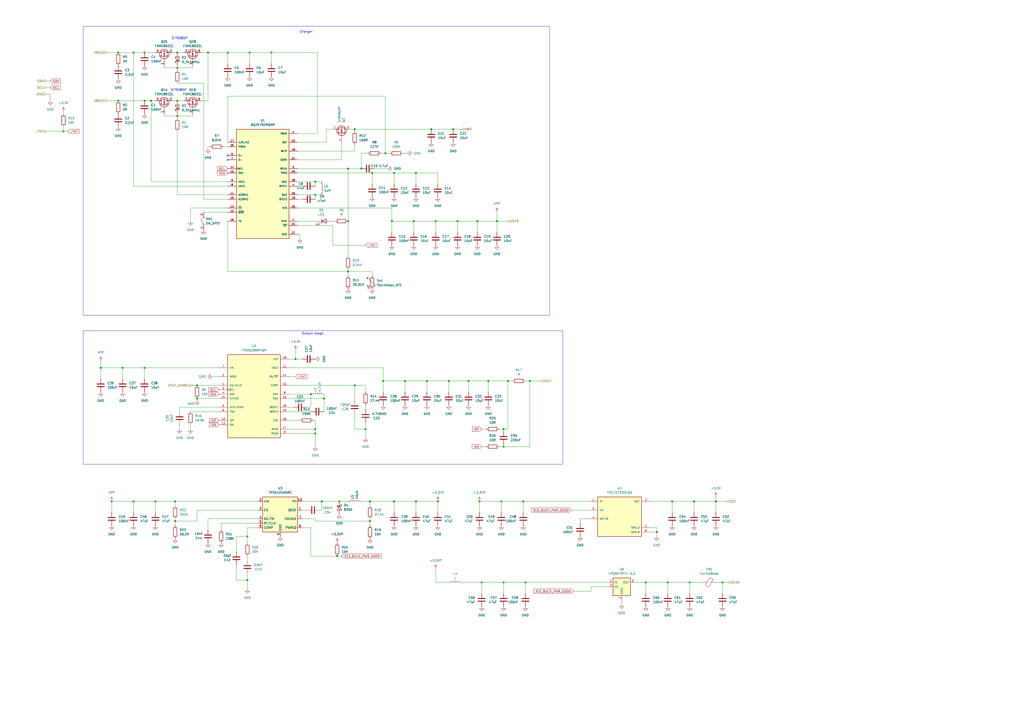
<source format=kicad_sch>
(kicad_sch (version 20250114) (generator "eeschema") (generator_version "9.0")
  (paper "A2")
  (rectangle (start 48.26 191.77) (end 326.39 269.24))
  (rectangle (start 48.26 15.24) (end 318.77 182.88))
  (text "Output stage" (at 181.356 193.548 0) (effects (font (size 1.27 1.27))))
  (text "Si7938DP" (at 104.14 22.352 0) (effects (font (size 1.27 1.27))))
  (text "Si7938DP" (at 103.632 52.324 0) (effects (font (size 1.27 1.27))))
  (text "Charger" (at 177.546 18.542 0) (effects (font (size 1.27 1.27))))
  (junction (at 36.83 76.2))
  (junction (at 212.09 248.92))
  (junction (at 209.55 97.79))
  (junction (at 402.59 290.83))
  (junction (at 68.58 30.48))
  (junction (at 205.74 223.52))
  (junction (at 68.58 58.42))
  (junction (at 102.87 30.48))
  (junction (at 228.6 290.83))
  (junction (at 90.17 290.83))
  (junction (at 64.77 290.83))
  (junction (at 196.85 290.83))
  (junction (at 283.21 220.98))
  (junction (at 201.93 97.79))
  (junction (at 215.9 100.33))
  (junction (at 182.88 251.46))
  (junction (at 58.42 213.36))
  (junction (at 182.88 113.03))
  (junction (at 276.86 128.27))
  (junction (at 180.34 228.6))
  (junction (at 400.05 337.82))
  (junction (at 143.51 336.55))
  (junction (at 205.74 74.93))
  (junction (at 265.43 128.27))
  (junction (at 381 308.61))
  (junction (at 227.33 128.27))
  (junction (at 241.3 290.83))
  (junction (at 415.29 290.83))
  (junction (at 83.82 30.48))
  (junction (at 304.8 337.82))
  (junction (at 171.45 208.28))
  (junction (at 252.73 128.27))
  (junction (at 144.78 30.48))
  (junction (at 87.63 58.42))
  (junction (at 77.47 290.83))
  (junction (at 214.63 302.26))
  (junction (at 157.48 30.48))
  (junction (at 114.3 223.52))
  (junction (at 132.08 30.48))
  (junction (at 241.3 100.33))
  (junction (at 292.1 259.08))
  (junction (at 303.53 290.83))
  (junction (at 279.4 337.82))
  (junction (at 260.35 220.98))
  (junction (at 201.93 157.48))
  (junction (at 77.47 30.48))
  (junction (at 102.87 67.31))
  (junction (at 143.51 311.15))
  (junction (at 240.03 128.27))
  (junction (at 271.78 220.98))
  (junction (at 223.52 88.9))
  (junction (at 294.64 220.98))
  (junction (at 101.6 302.26))
  (junction (at 387.35 337.82))
  (junction (at 307.34 220.98))
  (junction (at 182.88 105.41))
  (junction (at 262.89 74.93))
  (junction (at 182.88 248.92))
  (junction (at 187.96 231.14))
  (junction (at 247.65 220.98))
  (junction (at 120.65 30.48))
  (junction (at 292.1 337.82))
  (junction (at 114.3 231.14))
  (junction (at 101.6 290.83))
  (junction (at 228.6 100.33))
  (junction (at 201.93 128.27))
  (junction (at 214.63 290.83))
  (junction (at 250.19 74.93))
  (junction (at 419.1 337.82))
  (junction (at 374.65 337.82))
  (junction (at 102.87 58.42))
  (junction (at 102.87 39.37))
  (junction (at 254 290.83))
  (junction (at 290.83 290.83))
  (junction (at 234.95 220.98))
  (junction (at 83.82 58.42))
  (junction (at 278.13 290.83))
  (junction (at 71.12 213.36))
  (junction (at 288.29 128.27))
  (junction (at 195.58 322.58))
  (junction (at 186.69 290.83))
  (junction (at 222.25 220.98))
  (junction (at 292.1 248.92))
  (junction (at 389.89 290.83))
  (junction (at 83.82 213.36))
  (no_connect (at 132.08 92.71))
  (no_connect (at 132.08 90.17))
  (wire (pts (xy 377.19 308.61) (xy 381 308.61)))
  (wire (pts (xy 360.68 350.52) (xy 360.68 347.98)))
  (wire (pts (xy 167.64 228.6) (xy 180.34 228.6)))
  (wire (pts (xy 29.21 54.61) (xy 26.67 54.61)))
  (wire (pts (xy 182.88 251.46) (xy 182.88 248.92)))
  (wire (pts (xy 83.82 213.36) (xy 127 213.36)))
  (wire (pts (xy 254 297.18) (xy 254 290.83)))
  (wire (pts (xy 193.04 130.81) (xy 172.72 130.81)))
  (wire (pts (xy 62.23 30.48) (xy 68.58 30.48)))
  (wire (pts (xy 175.26 306.07) (xy 180.34 306.07)))
  (wire (pts (xy 193.04 74.93) (xy 189.23 74.93)))
  (wire (pts (xy 222.25 220.98) (xy 234.95 220.98)))
  (wire (pts (xy 205.74 248.92) (xy 212.09 248.92)))
  (wire (pts (xy 58.42 209.55) (xy 58.42 213.36)))
  (wire (pts (xy 182.88 105.41) (xy 182.88 107.95)))
  (wire (pts (xy 157.48 30.48) (xy 184.15 30.48)))
  (wire (pts (xy 102.87 58.42) (xy 106.68 58.42)))
  (wire (pts (xy 205.74 74.93) (xy 203.2 74.93)))
  (wire (pts (xy 101.6 290.83) (xy 149.86 290.83)))
  (wire (pts (xy 205.74 223.52) (xy 212.09 223.52)))
  (wire (pts (xy 101.6 302.26) (xy 114.3 302.26)))
  (wire (pts (xy 228.6 290.83) (xy 228.6 297.18)))
  (wire (pts (xy 182.88 300.99) (xy 182.88 302.26)))
  (wire (pts (xy 182.88 243.84) (xy 181.61 243.84)))
  (wire (pts (xy 342.9 340.36) (xy 353.06 340.36)))
  (wire (pts (xy 114.3 295.91) (xy 149.86 295.91)))
  (wire (pts (xy 289.56 248.92) (xy 292.1 248.92)))
  (wire (pts (xy 214.63 290.83) (xy 228.6 290.83)))
  (wire (pts (xy 36.83 73.66) (xy 36.83 76.2)))
  (wire (pts (xy 217.17 97.79) (xy 224.79 97.79)))
  (wire (pts (xy 95.25 38.1) (xy 95.25 39.37)))
  (wire (pts (xy 167.64 251.46) (xy 182.88 251.46)))
  (wire (pts (xy 114.3 223.52) (xy 127 223.52)))
  (wire (pts (xy 167.64 248.92) (xy 182.88 248.92)))
  (wire (pts (xy 172.72 128.27) (xy 184.15 128.27)))
  (wire (pts (xy 267.97 337.82) (xy 279.4 337.82)))
  (wire (pts (xy 265.43 134.62) (xy 265.43 128.27)))
  (wire (pts (xy 234.95 220.98) (xy 247.65 220.98)))
  (wire (pts (xy 368.3 337.82) (xy 374.65 337.82)))
  (wire (pts (xy 193.04 142.24) (xy 212.09 142.24)))
  (wire (pts (xy 71.12 213.36) (xy 71.12 219.71)))
  (wire (pts (xy 102.87 40.64) (xy 102.87 39.37)))
  (wire (pts (xy 205.74 87.63) (xy 172.72 87.63)))
  (wire (pts (xy 100.33 30.48) (xy 102.87 30.48)))
  (wire (pts (xy 123.19 218.44) (xy 127 218.44)))
  (wire (pts (xy 228.6 100.33) (xy 228.6 106.68)))
  (wire (pts (xy 292.1 337.82) (xy 279.4 337.82)))
  (wire (pts (xy 102.87 67.31) (xy 111.76 67.31)))
  (wire (pts (xy 223.52 88.9) (xy 223.52 55.88)))
  (wire (pts (xy 381 311.15) (xy 381 308.61)))
  (wire (pts (xy 212.09 234.95) (xy 212.09 237.49)))
  (wire (pts (xy 290.83 290.83) (xy 290.83 297.18)))
  (wire (pts (xy 241.3 290.83) (xy 241.3 297.18)))
  (wire (pts (xy 104.14 246.38) (xy 104.14 248.92)))
  (wire (pts (xy 271.78 220.98) (xy 260.35 220.98)))
  (wire (pts (xy 186.69 295.91) (xy 185.42 295.91)))
  (wire (pts (xy 252.73 134.62) (xy 252.73 128.27)))
  (wire (pts (xy 189.23 74.93) (xy 189.23 82.55)))
  (wire (pts (xy 303.53 290.83) (xy 290.83 290.83)))
  (wire (pts (xy 118.11 48.26) (xy 102.87 48.26)))
  (wire (pts (xy 77.47 107.95) (xy 77.47 30.48)))
  (wire (pts (xy 132.08 55.88) (xy 132.08 82.55)))
  (wire (pts (xy 64.77 290.83) (xy 64.77 297.18)))
  (wire (pts (xy 294.64 220.98) (xy 297.18 220.98)))
  (wire (pts (xy 389.89 290.83) (xy 402.59 290.83)))
  (wire (pts (xy 247.65 220.98) (xy 260.35 220.98)))
  (wire (pts (xy 205.74 76.2) (xy 205.74 74.93)))
  (wire (pts (xy 336.55 300.99) (xy 341.63 300.99)))
  (wire (pts (xy 205.74 223.52) (xy 205.74 232.41)))
  (wire (pts (xy 381 306.07) (xy 377.19 306.07)))
  (wire (pts (xy 191.77 128.27) (xy 194.31 128.27)))
  (wire (pts (xy 184.15 77.47) (xy 172.72 77.47)))
  (wire (pts (xy 182.88 248.92) (xy 182.88 243.84)))
  (wire (pts (xy 101.6 302.26) (xy 101.6 304.8)))
  (wire (pts (xy 240.03 128.27) (xy 240.03 134.62)))
  (wire (pts (xy 100.33 58.42) (xy 102.87 58.42)))
  (wire (pts (xy 128.27 307.34) (xy 128.27 303.53)))
  (wire (pts (xy 292.1 248.92) (xy 292.1 250.19)))
  (wire (pts (xy 77.47 290.83) (xy 90.17 290.83)))
  (wire (pts (xy 175.26 300.99) (xy 182.88 300.99)))
  (wire (pts (xy 303.53 290.83) (xy 341.63 290.83)))
  (wire (pts (xy 116.84 58.42) (xy 120.65 58.42)))
  (wire (pts (xy 137.16 311.15) (xy 137.16 320.04)))
  (wire (pts (xy 172.72 100.33) (xy 215.9 100.33)))
  (wire (pts (xy 290.83 290.83) (xy 278.13 290.83)))
  (wire (pts (xy 110.49 120.65) (xy 132.08 120.65)))
  (wire (pts (xy 212.09 248.92) (xy 212.09 254)))
  (wire (pts (xy 193.04 142.24) (xy 193.04 130.81)))
  (wire (pts (xy 292.1 337.82) (xy 292.1 344.17)))
  (wire (pts (xy 182.88 113.03) (xy 186.69 113.03)))
  (wire (pts (xy 172.72 97.79) (xy 201.93 97.79)))
  (wire (pts (xy 288.29 128.27) (xy 294.64 128.27)))
  (wire (pts (xy 120.65 300.99) (xy 120.65 307.34)))
  (wire (pts (xy 260.35 227.33) (xy 260.35 220.98)))
  (wire (pts (xy 144.78 30.48) (xy 157.48 30.48)))
  (wire (pts (xy 58.42 213.36) (xy 58.42 219.71)))
  (wire (pts (xy 36.83 76.2) (xy 39.37 76.2)))
  (wire (pts (xy 252.73 128.27) (xy 265.43 128.27)))
  (wire (pts (xy 173.99 135.89) (xy 173.99 138.43)))
  (wire (pts (xy 201.93 128.27) (xy 201.93 148.59)))
  (wire (pts (xy 167.64 238.76) (xy 180.34 238.76)))
  (wire (pts (xy 196.85 290.83) (xy 201.93 290.83)))
  (wire (pts (xy 228.6 100.33) (xy 241.3 100.33)))
  (wire (pts (xy 241.3 106.68) (xy 241.3 100.33)))
  (wire (pts (xy 120.65 86.36) (xy 120.65 85.09)))
  (wire (pts (xy 288.29 123.19) (xy 288.29 128.27)))
  (wire (pts (xy 227.33 120.65) (xy 227.33 128.27)))
  (wire (pts (xy 71.12 213.36) (xy 83.82 213.36)))
  (wire (pts (xy 114.3 231.14) (xy 114.3 232.41)))
  (wire (pts (xy 172.72 105.41) (xy 182.88 105.41)))
  (wire (pts (xy 36.83 64.77) (xy 36.83 66.04)))
  (wire (pts (xy 104.14 238.76) (xy 104.14 236.22)))
  (wire (pts (xy 87.63 58.42) (xy 90.17 58.42)))
  (wire (pts (xy 137.16 327.66) (xy 137.16 336.55)))
  (wire (pts (xy 278.13 297.18) (xy 278.13 290.83)))
  (wire (pts (xy 102.87 39.37) (xy 111.76 39.37)))
  (wire (pts (xy 114.3 231.14) (xy 127 231.14)))
  (wire (pts (xy 215.9 100.33) (xy 215.9 106.68)))
  (wire (pts (xy 260.35 337.82) (xy 252.73 337.82)))
  (wire (pts (xy 102.87 68.58) (xy 102.87 67.31)))
  (wire (pts (xy 209.55 88.9) (xy 209.55 97.79)))
  (wire (pts (xy 128.27 303.53) (xy 149.86 303.53)))
  (wire (pts (xy 201.93 97.79) (xy 209.55 97.79)))
  (wire (pts (xy 114.3 302.26) (xy 114.3 295.91)))
  (wire (pts (xy 171.45 203.2) (xy 171.45 208.28)))
  (wire (pts (xy 167.64 213.36) (xy 222.25 213.36)))
  (wire (pts (xy 271.78 227.33) (xy 271.78 220.98)))
  (wire (pts (xy 205.74 74.93) (xy 250.19 74.93)))
  (wire (pts (xy 137.16 336.55) (xy 143.51 336.55)))
  (wire (pts (xy 387.35 337.82) (xy 387.35 344.17)))
  (wire (pts (xy 304.8 337.82) (xy 292.1 337.82)))
  (wire (pts (xy 77.47 30.48) (xy 83.82 30.48)))
  (wire (pts (xy 95.25 67.31) (xy 102.87 67.31)))
  (wire (pts (xy 182.88 302.26) (xy 214.63 302.26)))
  (wire (pts (xy 241.3 290.83) (xy 254 290.83)))
  (wire (pts (xy 209.55 290.83) (xy 214.63 290.83)))
  (wire (pts (xy 223.52 55.88) (xy 132.08 55.88)))
  (wire (pts (xy 83.82 30.48) (xy 90.17 30.48)))
  (wire (pts (xy 129.54 85.09) (xy 132.08 85.09)))
  (wire (pts (xy 227.33 128.27) (xy 227.33 134.62)))
  (wire (pts (xy 120.65 30.48) (xy 120.65 58.42)))
  (wire (pts (xy 276.86 128.27) (xy 265.43 128.27)))
  (wire (pts (xy 215.9 157.48) (xy 201.93 157.48)))
  (wire (pts (xy 381 308.61) (xy 381 306.07)))
  (wire (pts (xy 172.72 113.03) (xy 182.88 113.03)))
  (wire (pts (xy 419.1 337.82) (xy 422.91 337.82)))
  (wire (pts (xy 143.51 336.55) (xy 143.51 341.63)))
  (wire (pts (xy 222.25 220.98) (xy 222.25 227.33)))
  (wire (pts (xy 205.74 240.03) (xy 205.74 248.92)))
  (wire (pts (xy 283.21 220.98) (xy 294.64 220.98)))
  (wire (pts (xy 250.19 74.93) (xy 262.89 74.93)))
  (wire (pts (xy 195.58 322.58) (xy 198.12 322.58)))
  (wire (pts (xy 77.47 290.83) (xy 77.47 297.18)))
  (wire (pts (xy 172.72 135.89) (xy 173.99 135.89)))
  (wire (pts (xy 167.64 236.22) (xy 170.18 236.22)))
  (wire (pts (xy 186.69 295.91) (xy 186.69 290.83)))
  (wire (pts (xy 289.56 259.08) (xy 292.1 259.08)))
  (wire (pts (xy 177.8 236.22) (xy 180.34 236.22)))
  (wire (pts (xy 276.86 134.62) (xy 276.86 128.27)))
  (wire (pts (xy 223.52 88.9) (xy 226.06 88.9)))
  (wire (pts (xy 111.76 39.37) (xy 111.76 38.1)))
  (wire (pts (xy 198.12 92.71) (xy 198.12 82.55)))
  (wire (pts (xy 180.34 322.58) (xy 195.58 322.58)))
  (wire (pts (xy 215.9 100.33) (xy 228.6 100.33)))
  (wire (pts (xy 241.3 100.33) (xy 254 100.33)))
  (wire (pts (xy 387.35 337.82) (xy 400.05 337.82)))
  (wire (pts (xy 233.68 88.9) (xy 236.22 88.9)))
  (wire (pts (xy 101.6 300.99) (xy 101.6 302.26)))
  (wire (pts (xy 171.45 208.28) (xy 167.64 208.28)))
  (wire (pts (xy 143.51 311.15) (xy 143.51 314.96)))
  (wire (pts (xy 415.29 337.82) (xy 419.1 337.82)))
  (wire (pts (xy 95.25 39.37) (xy 102.87 39.37)))
  (wire (pts (xy 172.72 115.57) (xy 175.26 115.57)))
  (wire (pts (xy 110.49 238.76) (xy 127 238.76)))
  (wire (pts (xy 83.82 58.42) (xy 87.63 58.42)))
  (wire (pts (xy 143.51 306.07) (xy 149.86 306.07)))
  (wire (pts (xy 279.4 259.08) (xy 281.94 259.08)))
  (wire (pts (xy 400.05 344.17) (xy 400.05 337.82)))
  (wire (pts (xy 172.72 120.65) (xy 227.33 120.65)))
  (wire (pts (xy 292.1 248.92) (xy 294.64 248.92)))
  (wire (pts (xy 189.23 82.55) (xy 172.72 82.55)))
  (wire (pts (xy 143.51 322.58) (xy 143.51 325.12)))
  (wire (pts (xy 132.08 113.03) (xy 102.87 113.03)))
  (wire (pts (xy 374.65 337.82) (xy 374.65 344.17)))
  (wire (pts (xy 110.49 128.27) (xy 110.49 120.65)))
  (wire (pts (xy 120.65 85.09) (xy 121.92 85.09)))
  (wire (pts (xy 331.47 295.91) (xy 341.63 295.91)))
  (wire (pts (xy 214.63 302.26) (xy 214.63 304.8)))
  (wire (pts (xy 292.1 257.81) (xy 292.1 259.08)))
  (wire (pts (xy 143.51 336.55) (xy 143.51 332.74)))
  (wire (pts (xy 167.64 231.14) (xy 187.96 231.14)))
  (wire (pts (xy 332.74 342.9) (xy 342.9 342.9)))
  (wire (pts (xy 336.55 303.53) (xy 336.55 300.99)))
  (wire (pts (xy 214.63 300.99) (xy 214.63 302.26)))
  (wire (pts (xy 220.98 88.9) (xy 223.52 88.9)))
  (wire (pts (xy 132.08 30.48) (xy 144.78 30.48)))
  (wire (pts (xy 102.87 30.48) (xy 106.68 30.48)))
  (wire (pts (xy 182.88 113.03) (xy 182.88 115.57)))
  (wire (pts (xy 222.25 213.36) (xy 222.25 220.98)))
  (wire (pts (xy 68.58 58.42) (xy 83.82 58.42)))
  (wire (pts (xy 240.03 128.27) (xy 252.73 128.27)))
  (wire (pts (xy 307.34 220.98) (xy 307.34 259.08)))
  (wire (pts (xy 279.4 344.17) (xy 279.4 337.82)))
  (wire (pts (xy 90.17 297.18) (xy 90.17 290.83)))
  (wire (pts (xy 415.29 290.83) (xy 421.64 290.83)))
  (wire (pts (xy 186.69 290.83) (xy 175.26 290.83)))
  (wire (pts (xy 252.73 337.82) (xy 252.73 330.2)))
  (wire (pts (xy 64.77 290.83) (xy 77.47 290.83)))
  (wire (pts (xy 180.34 236.22) (xy 180.34 228.6)))
  (wire (pts (xy 402.59 290.83) (xy 415.29 290.83)))
  (wire (pts (xy 110.49 246.38) (xy 110.49 248.92)))
  (wire (pts (xy 400.05 337.82) (xy 407.67 337.82)))
  (wire (pts (xy 58.42 213.36) (xy 71.12 213.36)))
  (wire (pts (xy 175.26 295.91) (xy 177.8 295.91)))
  (wire (pts (xy 111.76 223.52) (xy 114.3 223.52)))
  (wire (pts (xy 283.21 227.33) (xy 283.21 220.98)))
  (wire (pts (xy 342.9 342.9) (xy 342.9 340.36)))
  (wire (pts (xy 288.29 134.62) (xy 288.29 128.27)))
  (wire (pts (xy 111.76 67.31) (xy 111.76 66.04)))
  (wire (pts (xy 149.86 300.99) (xy 120.65 300.99)))
  (wire (pts (xy 374.65 337.82) (xy 387.35 337.82)))
  (wire (pts (xy 95.25 66.04) (xy 95.25 67.31)))
  (wire (pts (xy 254 106.68) (xy 254 100.33)))
  (wire (pts (xy 402.59 290.83) (xy 402.59 297.18)))
  (wire (pts (xy 419.1 344.17) (xy 419.1 337.82)))
  (wire (pts (xy 234.95 220.98) (xy 234.95 227.33)))
  (wire (pts (xy 180.34 306.07) (xy 180.34 322.58)))
  (wire (pts (xy 167.64 218.44) (xy 171.45 218.44)))
  (wire (pts (xy 228.6 290.83) (xy 241.3 290.83)))
  (wire (pts (xy 304.8 220.98) (xy 307.34 220.98)))
  (wire (pts (xy 118.11 123.19) (xy 132.08 123.19)))
  (wire (pts (xy 167.64 243.84) (xy 173.99 243.84)))
  (wire (pts (xy 118.11 115.57) (xy 118.11 48.26)))
  (wire (pts (xy 26.67 76.2) (xy 36.83 76.2)))
  (wire (pts (xy 377.19 290.83) (xy 389.89 290.83)))
  (wire (pts (xy 83.82 219.71) (xy 83.82 213.36)))
  (wire (pts (xy 201.93 156.21) (xy 201.93 157.48)))
  (wire (pts (xy 184.15 30.48) (xy 184.15 77.47)))
  (wire (pts (xy 292.1 259.08) (xy 307.34 259.08)))
  (wire (pts (xy 102.87 113.03) (xy 102.87 76.2)))
  (wire (pts (xy 101.6 290.83) (xy 101.6 293.37)))
  (wire (pts (xy 307.34 220.98) (xy 313.69 220.98)))
  (wire (pts (xy 182.88 259.08) (xy 182.88 251.46)))
  (wire (pts (xy 132.08 115.57) (xy 118.11 115.57)))
  (wire (pts (xy 120.65 30.48) (xy 132.08 30.48)))
  (wire (pts (xy 182.88 105.41) (xy 186.69 105.41)))
  (wire (pts (xy 137.16 311.15) (xy 143.51 311.15)))
  (wire (pts (xy 116.84 30.48) (xy 120.65 30.48)))
  (wire (pts (xy 201.93 157.48) (xy 132.08 157.48)))
  (wire (pts (xy 62.23 58.42) (xy 68.58 58.42)))
  (wire (pts (xy 294.64 220.98) (xy 294.64 248.92)))
  (wire (pts (xy 288.29 128.27) (xy 276.86 128.27)))
  (wire (pts (xy 186.69 290.83) (xy 196.85 290.83)))
  (wire (pts (xy 90.17 290.83) (xy 101.6 290.83)))
  (wire (pts (xy 167.64 223.52) (xy 205.74 223.52)))
  (wire (pts (xy 132.08 157.48) (xy 132.08 128.27)))
  (wire (pts (xy 214.63 290.83) (xy 214.63 293.37)))
  (wire (pts (xy 212.09 248.92) (xy 212.09 245.11)))
  (wire (pts (xy 102.87 38.1) (xy 102.87 39.37)))
  (wire (pts (xy 262.89 74.93) (xy 267.97 74.93)))
  (wire (pts (xy 303.53 290.83) (xy 303.53 297.18)))
  (wire (pts (xy 29.21 58.42) (xy 29.21 54.61)))
  (wire (pts (xy 144.78 30.48) (xy 144.78 36.83)))
  (wire (pts (xy 104.14 236.22) (xy 127 236.22)))
  (wire (pts (xy 172.72 92.71) (xy 198.12 92.71)))
  (wire (pts (xy 389.89 290.83) (xy 389.89 297.18)))
  (wire (pts (xy 68.58 30.48) (xy 77.47 30.48)))
  (wire (pts (xy 304.8 337.82) (xy 353.06 337.82)))
  (wire (pts (xy 157.48 36.83) (xy 157.48 30.48)))
  (wire (pts (xy 87.63 105.41) (xy 87.63 58.42)))
  (wire (pts (xy 26.67 46.99) (xy 29.21 46.99)))
  (wire (pts (xy 227.33 128.27) (xy 240.03 128.27)))
  (wire (pts (xy 172.72 107.95) (xy 175.26 107.95)))
  (wire (pts (xy 205.74 83.82) (xy 205.74 87.63)))
  (wire (pts (xy 201.93 157.48) (xy 201.93 160.02)))
  (wire (pts (xy 247.65 227.33) (xy 247.65 220.98)))
  (wire (pts (xy 201.93 97.79) (xy 201.93 128.27)))
  (wire (pts (xy 279.4 248.92) (xy 281.94 248.92)))
  (wire (pts (xy 132.08 105.41) (xy 87.63 105.41)))
  (wire (pts (xy 26.67 50.8) (xy 29.21 50.8)))
  (wire (pts (xy 415.29 288.29) (xy 415.29 290.83)))
  (wire (pts (xy 187.96 231.14) (xy 187.96 238.76)))
  (wire (pts (xy 132.08 30.48) (xy 132.08 36.83)))
  (wire (pts (xy 209.55 88.9) (xy 213.36 88.9)))
  (wire (pts (xy 102.87 66.04) (xy 102.87 67.31)))
  (wire (pts (xy 415.29 297.18) (xy 415.29 290.83)))
  (wire (pts (xy 187.96 231.14) (xy 187.96 228.6)))
  (wire (pts (xy 143.51 311.15) (xy 143.51 306.07)))
  (wire (pts (xy 132.08 107.95) (xy 77.47 107.95)))
  (wire (pts (xy 212.09 223.52) (xy 212.09 227.33)))
  (wire (pts (xy 283.21 220.98) (xy 271.78 220.98)))
  (wire (pts (xy 304.8 337.82) (xy 304.8 344.17)))
  (wire (pts (xy 175.26 208.28) (xy 171.45 208.28)))
  (wire (pts (xy 215.9 160.02) (xy 215.9 157.48)))
  (global_label "{slash}INT" (shape input) (at 171.45 218.44 0) (property "Intersheetrefs" "${INTERSHEET_REFS}" (effects (hide yes))))
  (global_label "SCL" (shape input) (at 29.21 50.8 0) (property "Intersheetrefs" "${INTERSHEET_REFS}" (effects (hide yes))))
  (global_label "SCL" (shape input) (at 127 226.06 180) (property "Intersheetrefs" "${INTERSHEET_REFS}" (effects (hide yes))))
  (global_label "SDA" (shape input) (at 132.08 100.33 180) (property "Intersheetrefs" "${INTERSHEET_REFS}" (effects (hide yes))))
  (global_label "ISP" (shape input) (at 279.4 248.92 180) (property "Intersheetrefs" "${INTERSHEET_REFS}" (effects (hide yes))))
  (global_label "{slash}INT" (shape input) (at 39.37 76.2 0) (property "Intersheetrefs" "${INTERSHEET_REFS}" (effects (hide yes))))
  (global_label "ISN" (shape input) (at 127 246.38 180) (property "Intersheetrefs" "${INTERSHEET_REFS}" (effects (hide yes))))
  (global_label "{slash}INT" (shape input) (at 212.09 142.24 0) (property "Intersheetrefs" "${INTERSHEET_REFS}" (effects (hide yes))))
  (global_label "ISN" (shape input) (at 279.4 259.08 180) (property "Intersheetrefs" "${INTERSHEET_REFS}" (effects (hide yes))))
  (global_label "3V3_BUCK_PWR_GOOD" (shape input) (at 331.47 295.91 180) (property "Intersheetrefs" "${INTERSHEET_REFS}" (effects (hide yes))))
  (global_label "ISP" (shape input) (at 127 243.84 180) (property "Intersheetrefs" "${INTERSHEET_REFS}" (effects (hide yes))))
  (global_label "3V3_BUCK_PWR_GOOD" (shape input) (at 332.74 342.9 180) (property "Intersheetrefs" "${INTERSHEET_REFS}" (effects (hide yes))))
  (global_label "SDA" (shape input) (at 29.21 46.99 0) (property "Intersheetrefs" "${INTERSHEET_REFS}" (effects (hide yes))))
  (global_label "SDA" (shape input) (at 127 228.6 180) (property "Intersheetrefs" "${INTERSHEET_REFS}" (effects (hide yes))))
  (global_label "SCL" (shape input) (at 132.08 97.79 180) (property "Intersheetrefs" "${INTERSHEET_REFS}" (effects (hide yes))))
  (global_label "3V3_BUCK_PWR_GOOD" (shape input) (at 198.12 322.58 0) (property "Intersheetrefs" "${INTERSHEET_REFS}" (effects (hide yes))))
  (hierarchical_label "GND" (shape input) (at 26.67 54.61 180))
  (hierarchical_label "{slash}INT" (shape input) (at 26.67 76.2 180))
  (hierarchical_label "VOUT_ENABLE" (shape input) (at 111.76 223.52 180))
  (hierarchical_label "3V3" (shape input) (at 421.64 290.83 0))
  (hierarchical_label "SDA" (shape input) (at 26.67 46.99 180))
  (hierarchical_label "VSYS" (shape input) (at 294.64 128.27 0))
  (hierarchical_label "VBAT" (shape input) (at 267.97 74.93 0))
  (hierarchical_label "3V3A" (shape input) (at 422.91 337.82 0))
  (hierarchical_label "SCL" (shape input) (at 26.67 50.8 180))
  (hierarchical_label "VBUS1" (shape input) (at 62.23 58.42 180))
  (hierarchical_label "VBUS2" (shape input) (at 62.23 30.48 180))
  (hierarchical_label "VOUT" (shape input) (at 313.69 220.98 0))
  (symbol (lib_id "Device:C") (at 260.35 231.14 0) (unit 1)
    (property "Reference" "C31" (at 264.16 229.8699 0) (effects (justify left)))
    (property "Value" "10uF" (at 264.16 232.4099 0) (effects (justify left)))
    (property "Footprint" "Capacitor_SMD:C_1206_3216Metric" (effects (hide yes)))
    (property "Description" "Unpolarized capacitor" (effects (hide yes)))
  )
  (symbol (lib_id "power:GND") (at 247.65 234.95 0) (unit 1)
    (property "Reference" "#PWR036" (effects (hide yes)))
    (property "Value" "GND" (at 247.65 240.03 0))
    (property "Description" "Power symbol creates a global label with name \"GND\" , ground" (effects (hide yes)))
  )
  (symbol (lib_id "power:GND") (at 157.48 44.45 0) (unit 1)
    (property "Reference" "#PWR06" (effects (hide yes)))
    (property "Value" "GND" (at 157.48 49.53 0))
    (property "Description" "Power symbol creates a global label with name \"GND\" , ground" (effects (hide yes)))
  )
  (symbol (lib_id "Device:C") (at 374.65 347.98 0) (unit 1)
    (property "Reference" "C60" (at 378.714 346.71 0) (effects (justify left)))
    (property "Value" "100nF" (at 378.714 349.25 0) (effects (justify left)))
    (property "Footprint" "Capacitor_SMD:C_0402_1005Metric" (effects (hide yes)))
    (property "Description" "Unpolarized capacitor" (effects (hide yes)))
  )
  (symbol (lib_id "Device:C") (at 400.05 347.98 0) (unit 1)
    (property "Reference" "C62" (at 403.86 346.7099 0) (effects (justify left)))
    (property "Value" "47uF" (at 403.86 349.2499 0) (effects (justify left)))
    (property "Footprint" "Capacitor_SMD:C_1206_3216Metric" (effects (hide yes)))
    (property "Description" "Unpolarized capacitor" (effects (hide yes)))
  )
  (symbol (lib_id "power:GND") (at 236.22 88.9 90) (unit 1)
    (property "Reference" "#PWR018" (effects (hide yes)))
    (property "Value" "GND" (at 240.03 88.8999 90) (effects (justify right)))
    (property "Description" "Power symbol creates a global label with name \"GND\" , ground" (effects (hide yes)))
  )
  (symbol (lib_id "power:GND") (at 415.29 304.8 0) (unit 1)
    (property "Reference" "#PWR071" (effects (hide yes)))
    (property "Value" "GND" (at 415.29 309.88 0))
    (property "Description" "Power symbol creates a global label with name \"GND\" , ground" (effects (hide yes)))
  )
  (symbol (lib_id "power:GND") (at 276.86 142.24 0) (unit 1)
    (property "Reference" "#PWR022" (effects (hide yes)))
    (property "Value" "GND" (at 276.86 147.32 0))
    (property "Description" "Power symbol creates a global label with name \"GND\" , ground" (effects (hide yes)))
  )
  (symbol (lib_id "power:GND") (at 196.85 298.45 0) (unit 1)
    (property "Reference" "#PWR053" (effects (hide yes)))
    (property "Value" "GND" (at 196.85 303.53 0))
    (property "Description" "Power symbol creates a global label with name \"GND\" , ground" (effects (hide yes)))
  )
  (symbol (lib_id "Device:C") (at 90.17 300.99 0) (unit 1)
    (property "Reference" "C47" (at 93.98 299.7199 0) (effects (justify left)))
    (property "Value" "47uF" (at 93.98 302.2599 0) (effects (justify left)))
    (property "Footprint" "Capacitor_SMD:C_1206_3216Metric" (effects (hide yes)))
    (property "Description" "Unpolarized capacitor" (effects (hide yes)))
  )
  (symbol (lib_id "Device:C") (at 143.51 328.93 180) (unit 1)
    (property "Reference" "C43" (at 149.86 330.2 0))
    (property "Value" "5.6nF" (at 149.86 327.66 0))
    (property "Footprint" "Capacitor_SMD:C_0402_1005Metric" (effects (hide yes)))
    (property "Description" "Unpolarized capacitor" (effects (hide yes)))
  )
  (symbol (lib_id "power:GND") (at 234.95 234.95 0) (unit 1)
    (property "Reference" "#PWR035" (effects (hide yes)))
    (property "Value" "GND" (at 234.95 240.03 0))
    (property "Description" "Power symbol creates a global label with name \"GND\" , ground" (effects (hide yes)))
  )
  (symbol (lib_id "power:GND") (at 262.89 82.55 0) (unit 1)
    (property "Reference" "#PWR028" (effects (hide yes)))
    (property "Value" "GND" (at 262.89 87.63 0))
    (property "Description" "Power symbol creates a global label with name \"GND\" , ground" (effects (hide yes)))
  )
  (symbol (lib_id "power:GND") (at 214.63 312.42 0) (unit 1)
    (property "Reference" "#PWR054" (effects (hide yes)))
    (property "Value" "GND" (at 214.63 317.5 0))
    (property "Description" "Power symbol creates a global label with name \"GND\" , ground" (effects (hide yes)))
  )
  (symbol (lib_id "Device:R") (at 285.75 248.92 90) (unit 1)
    (property "Reference" "R25" (at 285.75 242.57 90))
    (property "Value" "10R" (at 285.75 245.11 90))
    (property "Footprint" "Resistor_SMD:R_0402_1005Metric" (effects (hide yes)))
    (property "Description" "Resistor" (effects (hide yes)))
  )
  (symbol (lib_id "power:GND") (at 71.12 227.33 0) (unit 1)
    (property "Reference" "#PWR048" (effects (hide yes)))
    (property "Value" "GND" (at 71.12 232.41 0))
    (property "Description" "Power symbol creates a global label with name \"GND\" , ground" (effects (hide yes)))
  )
  (symbol (lib_id "Device:C") (at 58.42 223.52 0) (unit 1)
    (property "Reference" "C36" (at 62.23 222.2499 0) (effects (justify left)))
    (property "Value" "100nF" (at 62.23 224.7899 0) (effects (justify left)))
    (property "Footprint" "Capacitor_SMD:C_0402_1005Metric" (effects (hide yes)))
    (property "Description" "Unpolarized capacitor" (effects (hide yes)))
  )
  (symbol (lib_id "Device:C") (at 254 110.49 0) (unit 1)
    (property "Reference" "C14" (at 257.81 109.2199 0) (effects (justify left)))
    (property "Value" "10uF" (at 257.81 111.7599 0) (effects (justify left)))
    (property "Footprint" "Capacitor_SMD:C_1206_3216Metric" (effects (hide yes)))
    (property "Description" "Unpolarized capacitor" (effects (hide yes)))
  )
  (symbol (lib_id "Device:R") (at 300.99 220.98 90) (unit 1)
    (property "Reference" "R17" (at 300.99 214.63 90))
    (property "Value" "R" (at 300.99 217.17 90))
    (property "Footprint" "Resistor_SMD:R_2512_6332Metric" (effects (hide yes)))
    (property "Description" "Resistor" (effects (hide yes)))
  )
  (symbol (lib_id "Device:C") (at 402.59 300.99 0) (unit 1)
    (property "Reference" "C53" (at 406.4 299.7199 0) (effects (justify left)))
    (property "Value" "47uF" (at 406.4 302.2599 0) (effects (justify left)))
    (property "Footprint" "Capacitor_SMD:C_1206_3216Metric" (effects (hide yes)))
    (property "Description" "Unpolarized capacitor" (effects (hide yes)))
  )
  (symbol (lib_id "Device:C") (at 240.03 138.43 0) (unit 1)
    (property "Reference" "C16" (at 243.84 137.1599 0) (effects (justify left)))
    (property "Value" "10uF" (at 243.84 139.6999 0) (effects (justify left)))
    (property "Footprint" "Capacitor_SMD:C_1206_3216Metric" (effects (hide yes)))
    (property "Description" "Unpolarized capacitor" (effects (hide yes)))
  )
  (symbol (lib_id "Transistor_FET:FDMC8032L") (at 95.25 33.02 90) (unit 1)
    (property "Reference" "Q2" (at 95.25 24.13 90))
    (property "Value" "FDMC8032L" (at 95.25 26.67 90))
    (property "Footprint" "Package_SO:PowerPAK_SO-8_Dual" (effects (hide yes)))
    (property "Datasheet" "https://www.onsemi.com/pub/Collateral/FDMC8032L-D.PDF" (effects (hide yes)))
    (property "Description" "7A Id, 40V Vds, Dual N-Channel MOSFET, 20mOhm Ron, Power33 Package" (effects (hide yes)))
  )
  (symbol (lib_id "Device:C") (at 83.82 34.29 0) (unit 1)
    (property "Reference" "C4" (at 87.63 33.0199 0) (effects (justify left)))
    (property "Value" "100nF" (at 87.63 35.5599 0) (effects (justify left)))
    (property "Footprint" "Capacitor_SMD:C_0402_1005Metric" (effects (hide yes)))
    (property "Description" "Unpolarized capacitor" (effects (hide yes)))
  )
  (symbol (lib_id "Device:C") (at 132.08 40.64 0) (unit 1)
    (property "Reference" "C5" (at 135.89 39.3699 0) (effects (justify left)))
    (property "Value" "100nF" (at 135.89 41.9099 0) (effects (justify left)))
    (property "Footprint" "Capacitor_SMD:C_0402_1005Metric" (effects (hide yes)))
    (property "Description" "Unpolarized capacitor" (effects (hide yes)))
  )
  (symbol (lib_id "power:GND") (at 227.33 142.24 0) (unit 1)
    (property "Reference" "#PWR011" (effects (hide yes)))
    (property "Value" "GND" (at 227.33 147.32 0))
    (property "Description" "Power symbol creates a global label with name \"GND\" , ground" (effects (hide yes)))
  )
  (symbol (lib_id "Device:C") (at 222.25 231.14 0) (unit 1)
    (property "Reference" "C28" (at 226.314 229.87 0) (effects (justify left)))
    (property "Value" "100nF" (at 226.314 232.41 0) (effects (justify left)))
    (property "Footprint" "Capacitor_SMD:C_0402_1005Metric" (effects (hide yes)))
    (property "Description" "Unpolarized capacitor" (effects (hide yes)))
  )
  (symbol (lib_id "Device:R") (at 201.93 152.4 180) (unit 1)
    (property "Reference" "R10" (at 204.47 151.1299 0) (effects (justify right)))
    (property "Value" "5.24K" (at 204.47 153.6699 0) (effects (justify right)))
    (property "Footprint" "Resistor_SMD:R_0402_1005Metric" (effects (hide yes)))
    (property "Description" "Resistor" (effects (hide yes)))
  )
  (symbol (lib_id "power:GND") (at 120.65 86.36 0) (unit 1)
    (property "Reference" "#PWR017" (effects (hide yes)))
    (property "Value" "GND" (at 120.65 91.44 0))
    (property "Description" "Power symbol creates a global label with name \"GND\" , ground" (effects (hide yes)))
  )
  (symbol (lib_id "power:GND") (at 83.82 227.33 0) (unit 1)
    (property "Reference" "#PWR049" (effects (hide yes)))
    (property "Value" "GND" (at 83.82 232.41 0))
    (property "Description" "Power symbol creates a global label with name \"GND\" , ground" (effects (hide yes)))
  )
  (symbol (lib_id "power:GND") (at 77.47 304.8 0) (unit 1)
    (property "Reference" "#PWR059" (effects (hide yes)))
    (property "Value" "GND" (at 77.47 309.88 0))
    (property "Description" "Power symbol creates a global label with name \"GND\" , ground" (effects (hide yes)))
  )
  (symbol (lib_id "power:GND") (at 215.9 114.3 0) (unit 1)
    (property "Reference" "#PWR013" (effects (hide yes)))
    (property "Value" "GND" (at 215.9 119.38 0))
    (property "Description" "Power symbol creates a global label with name \"GND\" , ground" (effects (hide yes)))
  )
  (symbol (lib_id "Device:R") (at 125.73 85.09 90) (unit 1)
    (property "Reference" "R7" (at 125.73 78.74 90))
    (property "Value" "6.04K" (at 125.73 81.28 90))
    (property "Footprint" "Resistor_SMD:R_0402_1005Metric" (effects (hide yes)))
    (property "Description" "Resistor" (effects (hide yes)))
  )
  (symbol (lib_id "power:GND") (at 304.8 351.79 0) (mirror y) (unit 1)
    (property "Reference" "#PWR078" (effects (hide yes)))
    (property "Value" "GND" (at 304.8 356.87 0))
    (property "Description" "Power symbol creates a global label with name \"GND\" , ground" (effects (hide yes)))
  )
  (symbol (lib_id "Device:L") (at 184.15 228.6 90) (unit 1)
    (property "Reference" "L2" (at 182.8799 227.33 0) (effects (justify left)))
    (property "Value" "4.7uH" (at 185.4199 227.33 0) (effects (justify left)))
    (property "Footprint" "Inductor_SMD:L_6.3x6.3_H3" (effects (hide yes)))
    (property "Description" "Inductor" (effects (hide yes)))
  )
  (symbol (lib_id "Device:C") (at 68.58 41.91 0) (unit 1)
    (property "Reference" "C3" (at 72.39 40.6399 0) (effects (justify left)))
    (property "Value" "2.2uF" (at 72.39 43.1799 0) (effects (justify left)))
    (property "Footprint" "Capacitor_SMD:C_1206_3216Metric" (effects (hide yes)))
    (property "Description" "Unpolarized capacitor" (effects (hide yes)))
  )
  (symbol (lib_id "Device:C") (at 64.77 300.99 0) (unit 1)
    (property "Reference" "C45" (at 68.834 299.72 0) (effects (justify left)))
    (property "Value" "100nF" (at 68.834 302.26 0) (effects (justify left)))
    (property "Footprint" "Capacitor_SMD:C_0402_1005Metric" (effects (hide yes)))
    (property "Description" "Unpolarized capacitor" (effects (hide yes)))
  )
  (symbol (lib_id "BQ25792RQMR:BQ25792RQMR") (at 152.4 107.95 0) (unit 1)
    (property "Reference" "U1" (at 152.4 69.85 0))
    (property "Value" "BQ25792RQMR" (at 152.4 72.39 0))
    (property "Footprint" "BQ25792RQMR:QFN40P400X400X100-29N" (effects (hide yes)))
    (property "MF" "Texas Instruments" (effects (hide yes)))
    (property "MAXIMUM_PACKAGE_HEIGHT" "1 mm" (effects (hide yes)))
    (property "Package" "VFQFN-29 Texas Instruments" (effects (hide yes)))
    (property "Price" "None" (effects (hide yes)))
    (property "Check_prices" "https://www.snapeda.com/parts/BQ25792RQMR/Texas+Instruments/view-part/?ref=eda" (effects (hide yes)))
    (property "STANDARD" "Manufacturer Recommendations" (effects (hide yes)))
    (property "PARTREV" "11/2019" (effects (hide yes)))
    (property "SnapEDA_Link" "https://www.snapeda.com/parts/BQ25792RQMR/Texas+Instruments/view-part/?ref=snap" (effects (hide yes)))
    (property "MP" "BQ25792RQMR" (effects (hide yes)))
    (property "Description_1" "I2C controlled, 5-A, 1-4 cell buck-boost charger with dual-input selector and USB PD 3.0 OTG output" (effects (hide yes)))
    (property "Availability" "In Stock" (effects (hide yes)))
    (property "MANUFACTURER" "Texas Instruments" (effects (hide yes)))
  )
  (symbol (lib_id "power:GND") (at 250.19 82.55 0) (unit 1)
    (property "Reference" "#PWR027" (effects (hide yes)))
    (property "Value" "GND" (at 250.19 87.63 0))
    (property "Description" "Power symbol creates a global label with name \"GND\" , ground" (effects (hide yes)))
  )
  (symbol (lib_id "Device:R") (at 229.87 88.9 270) (unit 1)
    (property "Reference" "R9" (at 229.87 82.55 90))
    (property "Value" "100K" (at 229.87 85.09 90))
    (property "Footprint" "Resistor_SMD:R_0402_1005Metric" (effects (hide yes)))
    (property "Description" "Resistor" (effects (hide yes)))
  )
  (symbol (lib_id "Device:R") (at 68.58 34.29 0) (unit 1)
    (property "Reference" "R3" (at 71.12 33.0199 0) (effects (justify left)))
    (property "Value" "2R" (at 71.12 35.5599 0) (effects (justify left)))
    (property "Footprint" "Resistor_SMD:R_1206_3216Metric" (effects (hide yes)))
    (property "Description" "Resistor" (effects (hide yes)))
  )
  (symbol (lib_id "power:GND") (at 387.35 351.79 0) (unit 1)
    (property "Reference" "#PWR082" (effects (hide yes)))
    (property "Value" "GND" (at 387.35 356.87 0))
    (property "Description" "Power symbol creates a global label with name \"GND\" , ground" (effects (hide yes)))
  )
  (symbol (lib_id "power:+3.3V") (at 171.45 203.2 0) (unit 1)
    (property "Reference" "#PWR044" (effects (hide yes)))
    (property "Value" "+3.3V" (at 171.45 198.12 0))
    (property "Description" "Power symbol creates a global label with name \"+3.3V\"" (effects (hide yes)))
  )
  (symbol (lib_id "Device:R") (at 102.87 72.39 0) (unit 1)
    (property "Reference" "R1" (at 105.41 71.1199 0) (effects (justify left)))
    (property "Value" "10R" (at 105.41 73.6599 0) (effects (justify left)))
    (property "Footprint" "Resistor_SMD:R_0402_1005Metric" (effects (hide yes)))
    (property "Description" "Resistor" (effects (hide yes)))
  )
  (symbol (lib_id "Device:C") (at 283.21 231.14 0) (unit 1)
    (property "Reference" "C33" (at 287.02 229.8699 0) (effects (justify left)))
    (property "Value" "10uF" (at 287.02 232.4099 0) (effects (justify left)))
    (property "Footprint" "Capacitor_SMD:C_1206_3216Metric" (effects (hide yes)))
    (property "Description" "Unpolarized capacitor" (effects (hide yes)))
  )
  (symbol (lib_id "power:GND") (at 283.21 234.95 0) (unit 1)
    (property "Reference" "#PWR040" (effects (hide yes)))
    (property "Value" "GND" (at 283.21 240.03 0))
    (property "Description" "Power symbol creates a global label with name \"GND\" , ground" (effects (hide yes)))
  )
  (symbol (lib_id "Device:C") (at 276.86 138.43 0) (unit 1)
    (property "Reference" "C19" (at 280.67 137.1599 0) (effects (justify left)))
    (property "Value" "10uF" (at 280.67 139.6999 0) (effects (justify left)))
    (property "Footprint" "Capacitor_SMD:C_1206_3216Metric" (effects (hide yes)))
    (property "Description" "Unpolarized capacitor" (effects (hide yes)))
  )
  (symbol (lib_id "Device:C") (at 228.6 110.49 0) (unit 1)
    (property "Reference" "C12" (at 232.41 109.2199 0) (effects (justify left)))
    (property "Value" "10uF" (at 232.41 111.7599 0) (effects (justify left)))
    (property "Footprint" "Capacitor_SMD:C_1206_3216Metric" (effects (hide yes)))
    (property "Description" "Unpolarized capacitor" (effects (hide yes)))
  )
  (symbol (lib_id "power:GND") (at 64.77 304.8 0) (unit 1)
    (property "Reference" "#PWR058" (effects (hide yes)))
    (property "Value" "GND" (at 64.77 309.88 0))
    (property "Description" "Power symbol creates a global label with name \"GND\" , ground" (effects (hide yes)))
  )
  (symbol (lib_id "Device:C") (at 227.33 138.43 0) (unit 1)
    (property "Reference" "C15" (at 231.394 137.16 0) (effects (justify left)))
    (property "Value" "100nF" (at 231.394 139.7 0) (effects (justify left)))
    (property "Footprint" "Capacitor_SMD:C_0402_1005Metric" (effects (hide yes)))
    (property "Description" "Unpolarized capacitor" (effects (hide yes)))
  )
  (symbol (lib_id "Device:C") (at 137.16 323.85 180) (unit 1)
    (property "Reference" "C42" (at 131.826 324.866 0))
    (property "Value" "33pF" (at 131.826 322.326 0))
    (property "Footprint" "Capacitor_SMD:C_0402_1005Metric" (effects (hide yes)))
    (property "Description" "Unpolarized capacitor" (effects (hide yes)))
  )
  (symbol (lib_id "Diode:B360") (at 196.85 294.64 270) (unit 1)
    (property "Reference" "D4" (at 199.39 293.0524 90) (effects (justify left)))
    (property "Value" "B360" (at 199.39 295.5924 90) (effects (justify left)))
    (property "Footprint" "Diode_SMD:D_SMC" (effects (hide yes)))
    (property "Datasheet" "http://www.jameco.com/Jameco/Products/ProdDS/1538777.pdf" (effects (hide yes)))
    (property "Description" "60V 3A Schottky Barrier Rectifier Diode, SMC" (effects (hide yes)))
  )
  (symbol (lib_id "Device:C") (at 213.36 97.79 90) (unit 1)
    (property "Reference" "C10" (at 217.17 96.266 90))
    (property "Value" "4.7uF" (at 222.504 96.266 90))
    (property "Footprint" "Capacitor_SMD:C_1206_3216Metric" (effects (hide yes)))
    (property "Description" "Unpolarized capacitor" (effects (hide yes)))
  )
  (symbol (lib_id "power:GND") (at 68.58 73.66 0) (unit 1)
    (property "Reference" "#PWR03" (effects (hide yes)))
    (property "Value" "GND" (at 68.58 78.74 0))
    (property "Description" "Power symbol creates a global label with name \"GND\" , ground" (effects (hide yes)))
  )
  (symbol (lib_id "power:GND") (at 292.1 351.79 0) (mirror y) (unit 1)
    (property "Reference" "#PWR077" (effects (hide yes)))
    (property "Value" "GND" (at 292.1 356.87 0))
    (property "Description" "Power symbol creates a global label with name \"GND\" , ground" (effects (hide yes)))
  )
  (symbol (lib_id "power:GND") (at 303.53 304.8 0) (mirror y) (unit 1)
    (property "Reference" "#PWR064" (effects (hide yes)))
    (property "Value" "GND" (at 303.53 309.88 0))
    (property "Description" "Power symbol creates a global label with name \"GND\" , ground" (effects (hide yes)))
  )
  (symbol (lib_id "Device:FerriteBead") (at 411.48 337.82 90) (unit 1)
    (property "Reference" "FB1" (at 411.4292 330.2 90))
    (property "Value" "FerriteBead" (at 411.4292 332.74 90))
    (property "Footprint" "Inductor_SMD:L_0805_2012Metric" (effects (hide yes)))
    (property "Description" "Ferrite bead" (effects (hide yes)))
  )
  (symbol (lib_id "power:VPP") (at 64.77 290.83 0) (unit 1)
    (property "Reference" "#PWR074" (effects (hide yes)))
    (property "Value" "VPP" (at 64.77 285.75 0))
    (property "Description" "Power symbol creates a global label with name \"VPP\"" (effects (hide yes)))
  )
  (symbol (lib_id "power:GND") (at 132.08 44.45 0) (unit 1)
    (property "Reference" "#PWR08" (effects (hide yes)))
    (property "Value" "GND" (at 132.08 49.53 0))
    (property "Description" "Power symbol creates a global label with name \"GND\" , ground" (effects (hide yes)))
  )
  (symbol (lib_id "power:GND") (at 241.3 304.8 0) (unit 1)
    (property "Reference" "#PWR051" (effects (hide yes)))
    (property "Value" "GND" (at 241.3 309.88 0))
    (property "Description" "Power symbol creates a global label with name \"GND\" , ground" (effects (hide yes)))
  )
  (symbol (lib_id "Device:C") (at 71.12 223.52 0) (unit 1)
    (property "Reference" "C37" (at 74.93 222.2499 0) (effects (justify left)))
    (property "Value" "10uF" (at 74.93 224.7899 0) (effects (justify left)))
    (property "Footprint" "Capacitor_SMD:C_1206_3216Metric" (effects (hide yes)))
    (property "Description" "Unpolarized capacitor" (effects (hide yes)))
  )
  (symbol (lib_id "Device:C") (at 179.07 208.28 90) (unit 1)
    (property "Reference" "C27" (at 177.7999 204.47 0) (effects (justify left)))
    (property "Value" "10uF" (at 180.3399 204.47 0) (effects (justify left)))
    (property "Footprint" "Capacitor_SMD:C_1206_3216Metric" (effects (hide yes)))
    (property "Description" "Unpolarized capacitor" (effects (hide yes)))
  )
  (symbol (lib_id "power:GND") (at 271.78 234.95 0) (unit 1)
    (property "Reference" "#PWR038" (effects (hide yes)))
    (property "Value" "GND" (at 271.78 240.03 0))
    (property "Description" "Power symbol creates a global label with name \"GND\" , ground" (effects (hide yes)))
  )
  (symbol (lib_id "power:GND") (at 123.19 218.44 270) (unit 1)
    (property "Reference" "#PWR041" (effects (hide yes)))
    (property "Value" "GND" (at 119.38 218.4399 90) (effects (justify right)))
    (property "Description" "Power symbol creates a global label with name \"GND\" , ground" (effects (hide yes)))
  )
  (symbol (lib_id "Device:R") (at 198.12 128.27 90) (unit 1)
    (property "Reference" "R5" (at 198.12 121.92 90))
    (property "Value" "R" (at 198.12 124.46 90))
    (property "Footprint" "Resistor_SMD:R_0402_1005Metric" (effects (hide yes)))
    (property "Description" "Resistor" (effects (hide yes)))
  )
  (symbol (lib_id "Transistor_FET:FDMC8032L") (at 111.76 60.96 270) (mirror x) (unit 2)
    (property "Reference" "Q1" (at 111.76 52.07 90))
    (property "Value" "FDMC8032L" (at 111.76 54.61 90))
    (property "Footprint" "Package_SO:PowerPAK_SO-8_Dual" (effects (hide yes)))
    (property "Datasheet" "https://www.onsemi.com/pub/Collateral/FDMC8032L-D.PDF" (effects (hide yes)))
    (property "Description" "7A Id, 40V Vds, Dual N-Channel MOSFET, 20mOhm Ron, Power33 Package" (effects (hide yes)))
  )
  (symbol (lib_id "power:GND") (at 240.03 142.24 0) (unit 1)
    (property "Reference" "#PWR019" (effects (hide yes)))
    (property "Value" "GND" (at 240.03 147.32 0))
    (property "Description" "Power symbol creates a global label with name \"GND\" , ground" (effects (hide yes)))
  )
  (symbol (lib_id "Device:R") (at 201.93 163.83 180) (unit 1)
    (property "Reference" "R11" (at 204.47 162.5599 0) (effects (justify right)))
    (property "Value" "30.31K" (at 204.47 165.0999 0) (effects (justify right)))
    (property "Footprint" "Resistor_SMD:R_0402_1005Metric" (effects (hide yes)))
    (property "Description" "Resistor" (effects (hide yes)))
  )
  (symbol (lib_id "Device:C") (at 288.29 138.43 0) (unit 1)
    (property "Reference" "C20" (at 292.1 137.1599 0) (effects (justify left)))
    (property "Value" "10uF" (at 292.1 139.6999 0) (effects (justify left)))
    (property "Footprint" "Capacitor_SMD:C_1206_3216Metric" (effects (hide yes)))
    (property "Description" "Unpolarized capacitor" (effects (hide yes)))
  )
  (symbol (lib_id "Device:C") (at 278.13 300.99 0) (mirror y) (unit 1)
    (property "Reference" "C50" (at 274.32 299.7199 0) (effects (justify left)))
    (property "Value" "47uF" (at 274.32 302.2599 0) (effects (justify left)))
    (property "Footprint" "Capacitor_SMD:C_1206_3216Metric" (effects (hide yes)))
    (property "Description" "Unpolarized capacitor" (effects (hide yes)))
  )
  (symbol (lib_id "power:GND") (at 260.35 234.95 0) (unit 1)
    (property "Reference" "#PWR037" (effects (hide yes)))
    (property "Value" "GND" (at 260.35 240.03 0))
    (property "Description" "Power symbol creates a global label with name \"GND\" , ground" (effects (hide yes)))
  )
  (symbol (lib_id "Device:R") (at 195.58 318.77 180) (unit 1)
    (property "Reference" "R24" (at 198.12 317.4999 0) (effects (justify right)))
    (property "Value" "10K" (at 198.12 320.0399 0) (effects (justify right)))
    (property "Footprint" "Resistor_SMD:R_0402_1005Metric" (effects (hide yes)))
    (property "Description" "Resistor" (effects (hide yes)))
  )
  (symbol (lib_id "Device:C") (at 104.14 242.57 180) (unit 1)
    (property "Reference" "C35" (at 97.028 242.57 90))
    (property "Value" "10nF" (at 99.568 242.57 90))
    (property "Footprint" "Capacitor_SMD:C_0402_1005Metric" (effects (hide yes)))
    (property "Description" "Unpolarized capacitor" (effects (hide yes)))
  )
  (symbol (lib_id "Device:R") (at 177.8 243.84 270) (unit 1)
    (property "Reference" "R13" (at 177.8 237.49 90))
    (property "Value" "150K" (at 177.8 240.03 90))
    (property "Footprint" "Resistor_SMD:R_0402_1005Metric" (effects (hide yes)))
    (property "Description" "Resistor" (effects (hide yes)))
  )
  (symbol (lib_id "power:GND") (at 290.83 304.8 0) (mirror y) (unit 1)
    (property "Reference" "#PWR065" (effects (hide yes)))
    (property "Value" "GND" (at 290.83 309.88 0))
    (property "Description" "Power symbol creates a global label with name \"GND\" , ground" (effects (hide yes)))
  )
  (symbol (lib_id "Converter_DCDC:TPS54240DRC") (at 162.56 298.45 0) (unit 1)
    (property "Reference" "U3" (at 162.56 283.21 0))
    (property "Value" "TPS54240DRC" (at 162.56 285.75 0))
    (property "Footprint" "Package_SON:Texas_DRC0010J_ThermalVias" (effects (hide yes)))
    (property "Datasheet" "http://www.ti.com/lit/ds/symlink/tps54240.pdf" (effects (hide yes)))
    (property "Description" "3.5-V to 42-V 2.5A Step-Down DC DC Converter, VSON-10" (effects (hide yes)))
  )
  (symbol (lib_id "power:+3.3V") (at 415.29 288.29 0) (unit 1)
    (property "Reference" "#PWR070" (effects (hide yes)))
    (property "Value" "+3.3V" (at 415.29 283.21 0))
    (property "Description" "Power symbol creates a global label with name \"+3.3V\"" (effects (hide yes)))
  )
  (symbol (lib_id "power:+3.3VP") (at 252.73 330.2 0) (mirror y) (unit 1)
    (property "Reference" "#PWR075" (effects (hide yes)))
    (property "Value" "+3.3VP" (at 252.73 325.12 0))
    (property "Description" "Power symbol creates a global label with name \"+3.3VP\"" (effects (hide yes)))
  )
  (symbol (lib_id "power:+3.3VP") (at 254 290.83 0) (unit 1)
    (property "Reference" "#PWR062" (effects (hide yes)))
    (property "Value" "+3.3VP" (at 254 285.75 0))
    (property "Description" "Power symbol creates a global label with name \"+3.3VP\"" (effects (hide yes)))
  )
  (symbol (lib_id "Device:C") (at 215.9 110.49 0) (unit 1)
    (property "Reference" "C11" (at 219.71 108.966 0) (effects (justify left)))
    (property "Value" "100nF" (at 219.71 111.506 0) (effects (justify left)))
    (property "Footprint" "Capacitor_SMD:C_0402_1005Metric" (effects (hide yes)))
    (property "Description" "Unpolarized capacitor" (effects (hide yes)))
  )
  (symbol (lib_id "power:VPP") (at 288.29 123.19 0) (unit 1)
    (property "Reference" "#PWR024" (effects (hide yes)))
    (property "Value" "VPP" (at 288.29 118.11 0))
    (property "Description" "Power symbol creates a global label with name \"VPP\"" (effects (hide yes)))
  )
  (symbol (lib_id "Transistor_FET:SiR696DP") (at 198.12 77.47 270) (mirror x) (unit 1)
    (property "Reference" "Q3" (at 199.3901 71.12 0) (effects (justify left)))
    (property "Value" "SiR696DP" (at 196.8501 71.12 0) (effects (justify left)))
    (property "Footprint" "Package_SO:PowerPAK_SO-8_Single" (effects (hide yes)))
    (property "Datasheet" "https://www.vishay.com/docs/65689/sir696dp.pdf" (effects (hide yes)))
    (property "Description" "60A Id, 125V Vds N-Channel MOSFET, 9.6mOhm Ron, 19.4 nC Qg(typ), PowerPAK-8" (effects (hide yes)))
  )
  (symbol (lib_id "power:GND") (at 215.9 167.64 0) (unit 1)
    (property "Reference" "#PWR025" (effects (hide yes)))
    (property "Value" "GND" (at 215.9 172.72 0))
    (property "Description" "Power symbol creates a global label with name \"GND\" , ground" (effects (hide yes)))
  )
  (symbol (lib_id "Device:C") (at 262.89 78.74 0) (unit 1)
    (property "Reference" "C22" (at 266.7 77.4699 0) (effects (justify left)))
    (property "Value" "10uF" (at 266.7 80.0099 0) (effects (justify left)))
    (property "Footprint" "Capacitor_SMD:C_1206_3216Metric" (effects (hide yes)))
    (property "Description" "Unpolarized capacitor" (effects (hide yes)))
  )
  (symbol (lib_id "Device:C") (at 120.65 311.15 180) (unit 1)
    (property "Reference" "C44" (at 115.316 312.166 0))
    (property "Value" "10nF" (at 115.316 309.626 0))
    (property "Footprint" "Capacitor_SMD:C_0402_1005Metric" (effects (hide yes)))
    (property "Description" "Unpolarized capacitor" (effects (hide yes)))
  )
  (symbol (lib_id "Device:C") (at 387.35 347.98 0) (unit 1)
    (property "Reference" "C61" (at 391.16 346.7099 0) (effects (justify left)))
    (property "Value" "47uF" (at 391.16 349.2499 0) (effects (justify left)))
    (property "Footprint" "Capacitor_SMD:C_1206_3216Metric" (effects (hide yes)))
    (property "Description" "Unpolarized capacitor" (effects (hide yes)))
  )
  (symbol (lib_id "Device:R") (at 214.63 308.61 180) (unit 1)
    (property "Reference" "R19" (at 217.17 307.3399 0) (effects (justify right)))
    (property "Value" "10K" (at 217.17 309.8799 0) (effects (justify right)))
    (property "Footprint" "Resistor_SMD:R_0402_1005Metric" (effects (hide yes)))
    (property "Description" "Resistor" (effects (hide yes)))
  )
  (symbol (lib_id "power:GND") (at 419.1 351.79 0) (unit 1)
    (property "Reference" "#PWR079" (effects (hide yes)))
    (property "Value" "GND" (at 419.1 356.87 0))
    (property "Description" "Power symbol creates a global label with name \"GND\" , ground" (effects (hide yes)))
  )
  (symbol (lib_id "power:GND") (at 144.78 44.45 0) (unit 1)
    (property "Reference" "#PWR07" (effects (hide yes)))
    (property "Value" "GND" (at 144.78 49.53 0))
    (property "Description" "Power symbol creates a global label with name \"GND\" , ground" (effects (hide yes)))
  )
  (symbol (lib_id "power:GND") (at 265.43 142.24 0) (unit 1)
    (property "Reference" "#PWR021" (effects (hide yes)))
    (property "Value" "GND" (at 265.43 147.32 0))
    (property "Description" "Power symbol creates a global label with name \"GND\" , ground" (effects (hide yes)))
  )
  (symbol (lib_id "Device:C") (at 173.99 236.22 90) (unit 1)
    (property "Reference" "C23" (at 173.99 230.124 90))
    (property "Value" "100nF" (at 173.99 232.664 90))
    (property "Footprint" "Capacitor_SMD:C_0402_1005Metric" (effects (hide yes)))
    (property "Description" "Unpolarized capacitor" (effects (hide yes)))
  )
  (symbol (lib_id "power:GND") (at 279.4 351.79 0) (mirror y) (unit 1)
    (property "Reference" "#PWR076" (effects (hide yes)))
    (property "Value" "GND" (at 279.4 356.87 0))
    (property "Description" "Power symbol creates a global label with name \"GND\" , ground" (effects (hide yes)))
  )
  (symbol (lib_id "power:GND") (at 402.59 304.8 0) (unit 1)
    (property "Reference" "#PWR072" (effects (hide yes)))
    (property "Value" "GND" (at 402.59 309.88 0))
    (property "Description" "Power symbol creates a global label with name \"GND\" , ground" (effects (hide yes)))
  )
  (symbol (lib_id "power:GND") (at 241.3 114.3 0) (unit 1)
    (property "Reference" "#PWR015" (effects (hide yes)))
    (property "Value" "GND" (at 241.3 119.38 0))
    (property "Description" "Power symbol creates a global label with name \"GND\" , ground" (effects (hide yes)))
  )
  (symbol (lib_id "Device:C") (at 250.19 78.74 0) (unit 1)
    (property "Reference" "C21" (at 254 77.4699 0) (effects (justify left)))
    (property "Value" "10uF" (at 254 80.0099 0) (effects (justify left)))
    (property "Footprint" "Capacitor_SMD:C_1206_3216Metric" (effects (hide yes)))
    (property "Description" "Unpolarized capacitor" (effects (hide yes)))
  )
  (symbol (lib_id "Device:D_Schottky") (at 102.87 62.23 90) (unit 1)
    (property "Reference" "D1" (at 105.41 61.2774 90) (effects (justify right)))
    (property "Value" "D_Schottky" (at 105.41 63.8174 90) (effects (justify right)))
    (property "Footprint" "Diode_SMD:D_SOD-123" (effects (hide yes)))
    (property "Description" "Schottky diode" (effects (hide yes)))
  )
  (symbol (lib_id "power:GND") (at 110.49 128.27 0) (unit 1)
    (property "Reference" "#PWR029" (effects (hide yes)))
    (property "Value" "GND" (at 110.49 133.35 0))
    (property "Description" "Power symbol creates a global label with name \"GND\" , ground" (effects (hide yes)))
  )
  (symbol (lib_id "TPS73733DCQR:TPS73733DCQR") (at 359.41 298.45 0) (unit 1)
    (property "Reference" "U4" (at 359.41 283.21 0))
    (property "Value" "TPS73733DCQR" (at 359.41 285.75 0))
    (property "Footprint" "TPS73733DCQR:IC_TPS73733DCQR" (effects (hide yes)))
    (property "MF" "Texas Instruments" (effects (hide yes)))
    (property "MAXIMUM_PACKAGE_HEIGHT" "1.8 mm" (effects (hide yes)))
    (property "Package" "SOT-223-6 Texas Instruments" (effects (hide yes)))
    (property "Price" "None" (effects (hide yes)))
    (property "Check_prices" "https://www.snapeda.com/parts/TPS73733DCQR/Texas+Instruments/view-part/?ref=eda" (effects (hide yes)))
    (property "STANDARD" "Manufacturer Recommendations" (effects (hide yes)))
    (property "PARTREV" "R" (effects (hide yes)))
    (property "SnapEDA_Link" "https://www.snapeda.com/parts/TPS73733DCQR/Texas+Instruments/view-part/?ref=snap" (effects (hide yes)))
    (property "MP" "TPS73733DCQR" (effects (hide yes)))
    (property "Description_1" "1-A, ultra-low-dropout voltage regulator with reverse current protection & enable" (effects (hide yes)))
    (property "Availability" "In Stock" (effects (hide yes)))
    (property "MANUFACTURER" "Texas Instruments" (effects (hide yes)))
  )
  (symbol (lib_id "TPS55289RYQR:TPS55289RYQR") (at 147.32 228.6 0) (unit 1)
    (property "Reference" "U2" (at 147.32 200.66 0))
    (property "Value" "TPS55289RYQR" (at 147.32 203.2 0))
    (property "Footprint" "TPS55289RYQR:VREG_TPS55289RYQR" (effects (hide yes)))
    (property "MF" "Texas Instruments" (effects (hide yes)))
    (property "MAXIMUM_PACKAGE_HEIGHT" "1.00mm" (effects (hide yes)))
    (property "CREATOR" "NEZY" (effects (hide yes)))
    (property "Price" "None" (effects (hide yes)))
    (property "Package" "PowerVFQFN-21 Texas Instruments" (effects (hide yes)))
    (property "Check_prices" "https://www.snapeda.com/parts/TPS55289RYQR/Texas+Instruments/view-part/?ref=eda" (effects (hide yes)))
    (property "STANDARD" "Manufacturer Recommendations" (effects (hide yes)))
    (property "PARTREV" "August 2022" (effects (hide yes)))
    (property "SnapEDA_Link" "https://www.snapeda.com/parts/TPS55289RYQR/Texas+Instruments/view-part/?ref=snap" (effects (hide yes)))
    (property "MP" "TPS55289RYQR" (effects (hide yes)))
    (property "Description_1" "30-V 8-A buck-boost converter with I²C interface" (effects (hide yes)))
    (property "Availability" "In Stock" (effects (hide yes)))
    (property "MANUFACTURER" "Texas Instruments" (effects (hide yes)))
  )
  (symbol (lib_id "power:GND") (at 224.79 97.79 90) (unit 1)
    (property "Reference" "#PWR012" (effects (hide yes)))
    (property "Value" "GND" (at 228.6 97.7899 90) (effects (justify right)))
    (property "Description" "Power symbol creates a global label with name \"GND\" , ground" (effects (hide yes)))
  )
  (symbol (lib_id "Device:D_Schottky") (at 102.87 34.29 90) (unit 1)
    (property "Reference" "D2" (at 105.41 33.3374 90) (effects (justify right)))
    (property "Value" "D_Schottky" (at 105.41 35.8774 90) (effects (justify right)))
    (property "Footprint" "Diode_SMD:D_SOD-123" (effects (hide yes)))
    (property "Description" "Schottky diode" (effects (hide yes)))
  )
  (symbol (lib_id "Device:C") (at 212.09 241.3 180) (unit 1)
    (property "Reference" "C25" (at 218.44 242.57 0))
    (property "Value" "4.7nF" (at 218.44 240.03 0))
    (property "Footprint" "Capacitor_SMD:C_0402_1005Metric" (effects (hide yes)))
    (property "Description" "Unpolarized capacitor" (effects (hide yes)))
  )
  (symbol (lib_id "power:GND") (at 29.21 58.42 0) (mirror y) (unit 1)
    (property "Reference" "#PWR01" (effects (hide yes)))
    (property "Value" "GND" (at 29.21 63.5 0))
    (property "Description" "Power symbol creates a global label with name \"GND\" , ground" (effects (hide yes)))
  )
  (symbol (lib_id "Device:R") (at 128.27 311.15 0) (unit 1)
    (property "Reference" "R21" (at 130.81 309.8799 0) (effects (justify left)))
    (property "Value" "238K" (at 130.81 312.4199 0) (effects (justify left)))
    (property "Footprint" "Resistor_SMD:R_0402_1005Metric" (effects (hide yes)))
    (property "Description" "Resistor" (effects (hide yes)))
  )
  (symbol (lib_id "Device:L") (at 264.16 337.82 90) (unit 1)
    (property "Reference" "L4" (at 264.16 332.74 90))
    (property "Value" "L" (at 264.16 335.28 90))
    (property "Footprint" "Inductor_SMD:L_1812_4532Metric" (effects (hide yes)))
    (property "Description" "Inductor" (effects (hide yes)))
  )
  (symbol (lib_id "Device:C") (at 252.73 138.43 0) (unit 1)
    (property "Reference" "C17" (at 256.54 137.1599 0) (effects (justify left)))
    (property "Value" "10uF" (at 256.54 139.6999 0) (effects (justify left)))
    (property "Footprint" "Capacitor_SMD:C_1206_3216Metric" (effects (hide yes)))
    (property "Description" "Unpolarized capacitor" (effects (hide yes)))
  )
  (symbol (lib_id "Device:R") (at 110.49 242.57 0) (unit 1)
    (property "Reference" "R16" (at 113.03 241.2999 0) (effects (justify left)))
    (property "Value" "49.9K" (at 113.03 243.8399 0) (effects (justify left)))
    (property "Footprint" "Resistor_SMD:R_0402_1005Metric" (effects (hide yes)))
    (property "Description" "Resistor" (effects (hide yes)))
  )
  (symbol (lib_id "power:GND") (at 83.82 38.1 0) (unit 1)
    (property "Reference" "#PWR05" (effects (hide yes)))
    (property "Value" "GND" (at 83.82 43.18 0))
    (property "Description" "Power symbol creates a global label with name \"GND\" , ground" (effects (hide yes)))
  )
  (symbol (lib_id "power:GND") (at 101.6 312.42 0) (unit 1)
    (property "Reference" "#PWR061" (effects (hide yes)))
    (property "Value" "GND" (at 101.6 317.5 0))
    (property "Description" "Power symbol creates a global label with name \"GND\" , ground" (effects (hide yes)))
  )
  (symbol (lib_id "power:GND") (at 254 304.8 0) (unit 1)
    (property "Reference" "#PWR052" (effects (hide yes)))
    (property "Value" "GND" (at 254 309.88 0))
    (property "Description" "Power symbol creates a global label with name \"GND\" , ground" (effects (hide yes)))
  )
  (symbol (lib_id "Device:R") (at 102.87 44.45 0) (unit 1)
    (property "Reference" "R4" (at 105.41 43.1799 0) (effects (justify left)))
    (property "Value" "10R" (at 105.41 45.7199 0) (effects (justify left)))
    (property "Footprint" "Resistor_SMD:R_0402_1005Metric" (effects (hide yes)))
    (property "Description" "Resistor" (effects (hide yes)))
  )
  (symbol (lib_id "Device:C") (at 271.78 231.14 0) (unit 1)
    (property "Reference" "C32" (at 275.59 229.8699 0) (effects (justify left)))
    (property "Value" "10uF" (at 275.59 232.4099 0) (effects (justify left)))
    (property "Footprint" "Capacitor_SMD:C_1206_3216Metric" (effects (hide yes)))
    (property "Description" "Unpolarized capacitor" (effects (hide yes)))
  )
  (symbol (lib_id "power:GND") (at 162.56 311.15 0) (unit 1)
    (property "Reference" "#PWR043" (effects (hide yes)))
    (property "Value" "GND" (at 162.56 316.23 0))
    (property "Description" "Power symbol creates a global label with name \"GND\" , ground" (effects (hide yes)))
  )
  (symbol (lib_id "Device:C") (at 184.15 238.76 270) (unit 1)
    (property "Reference" "C24" (at 192.532 239.522 90))
    (property "Value" "100nF" (at 192.532 236.982 90))
    (property "Footprint" "Capacitor_SMD:C_0402_1005Metric" (effects (hide yes)))
    (property "Description" "Unpolarized capacitor" (effects (hide yes)))
  )
  (symbol (lib_id "power:GND") (at 336.55 311.15 0) (unit 1)
    (property "Reference" "#PWR068" (effects (hide yes)))
    (property "Value" "GND" (at 336.55 316.23 0))
    (property "Description" "Power symbol creates a global label with name \"GND\" , ground" (effects (hide yes)))
  )
  (symbol (lib_id "power:GND") (at 182.88 259.08 0) (unit 1)
    (property "Reference" "#PWR031" (effects (hide yes)))
    (property "Value" "GND" (at 182.88 264.16 0))
    (property "Description" "Power symbol creates a global label with name \"GND\" , ground" (effects (hide yes)))
  )
  (symbol (lib_id "Device:R") (at 101.6 297.18 180) (unit 1)
    (property "Reference" "R22" (at 104.14 295.9099 0) (effects (justify right)))
    (property "Value" "332K" (at 104.14 298.4499 0) (effects (justify right)))
    (property "Footprint" "Resistor_SMD:R_0402_1005Metric" (effects (hide yes)))
    (property "Description" "Resistor" (effects (hide yes)))
  )
  (symbol (lib_id "Device:C") (at 292.1 347.98 0) (mirror y) (unit 1)
    (property "Reference" "C57" (at 288.29 346.7099 0) (effects (justify left)))
    (property "Value" "47uF" (at 288.29 349.2499 0) (effects (justify left)))
    (property "Footprint" "Capacitor_SMD:C_1206_3216Metric" (effects (hide yes)))
    (property "Description" "Unpolarized capacitor" (effects (hide yes)))
  )
  (symbol (lib_id "Device:C") (at 83.82 223.52 0) (unit 1)
    (property "Reference" "C38" (at 87.63 222.2499 0) (effects (justify left)))
    (property "Value" "10uF" (at 87.63 224.7899 0) (effects (justify left)))
    (property "Footprint" "Capacitor_SMD:C_1206_3216Metric" (effects (hide yes)))
    (property "Description" "Unpolarized capacitor" (effects (hide yes)))
  )
  (symbol (lib_id "power:GND") (at 58.42 227.33 0) (unit 1)
    (property "Reference" "#PWR047" (effects (hide yes)))
    (property "Value" "GND" (at 58.42 232.41 0))
    (property "Description" "Power symbol creates a global label with name \"GND\" , ground" (effects (hide yes)))
  )
  (symbol (lib_id "Device:R") (at 217.17 88.9 270) (unit 1)
    (property "Reference" "R8" (at 217.17 82.55 90))
    (property "Value" "127K" (at 217.17 85.09 90))
    (property "Footprint" "Resistor_SMD:R_0402_1005Metric" (effects (hide yes)))
    (property "Description" "Resistor" (effects (hide yes)))
  )
  (symbol (lib_id "power:GND") (at 104.14 248.92 0) (unit 1)
    (property "Reference" "#PWR046" (effects (hide yes)))
    (property "Value" "GND" (at 104.14 254 0))
    (property "Description" "Power symbol creates a global label with name \"GND\" , ground" (effects (hide yes)))
  )
  (symbol (lib_id "Device:C") (at 265.43 138.43 0) (unit 1)
    (property "Reference" "C18" (at 269.24 137.1599 0) (effects (justify left)))
    (property "Value" "10uF" (at 269.24 139.6999 0) (effects (justify left)))
    (property "Footprint" "Capacitor_SMD:C_1206_3216Metric" (effects (hide yes)))
    (property "Description" "Unpolarized capacitor" (effects (hide yes)))
  )
  (symbol (lib_id "Transistor_FET:FDMC8032L") (at 95.25 60.96 90) (unit 1)
    (property "Reference" "Q1" (at 95.25 52.07 90))
    (property "Value" "FDMC8032L" (at 95.25 54.61 90))
    (property "Footprint" "Package_SO:PowerPAK_SO-8_Dual" (effects (hide yes)))
    (property "Datasheet" "https://www.onsemi.com/pub/Collateral/FDMC8032L-D.PDF" (effects (hide yes)))
    (property "Description" "7A Id, 40V Vds, Dual N-Channel MOSFET, 20mOhm Ron, Power33 Package" (effects (hide yes)))
  )
  (symbol (lib_id "power:GND") (at 228.6 304.8 0) (unit 1)
    (property "Reference" "#PWR050" (effects (hide yes)))
    (property "Value" "GND" (at 228.6 309.88 0))
    (property "Description" "Power symbol creates a global label with name \"GND\" , ground" (effects (hide yes)))
  )
  (symbol (lib_id "power:GND") (at 201.93 167.64 0) (unit 1)
    (property "Reference" "#PWR026" (effects (hide yes)))
    (property "Value" "GND" (at 201.93 172.72 0))
    (property "Description" "Power symbol creates a global label with name \"GND\" , ground" (effects (hide yes)))
  )
  (symbol (lib_id "power:GND") (at 212.09 254 0) (unit 1)
    (property "Reference" "#PWR032" (effects (hide yes)))
    (property "Value" "GND" (at 212.09 259.08 0))
    (property "Description" "Power symbol creates a global label with name \"GND\" , ground" (effects (hide yes)))
  )
  (symbol (lib_id "Device:C") (at 419.1 347.98 0) (unit 1)
    (property "Reference" "C59" (at 422.91 346.7099 0) (effects (justify left)))
    (property "Value" "47uF" (at 422.91 349.2499 0) (effects (justify left)))
    (property "Footprint" "Capacitor_SMD:C_1206_3216Metric" (effects (hide yes)))
    (property "Description" "Unpolarized capacitor" (effects (hide yes)))
  )
  (symbol (lib_id "power:GND") (at 110.49 248.92 0) (unit 1)
    (property "Reference" "#PWR045" (effects (hide yes)))
    (property "Value" "GND" (at 110.49 254 0))
    (property "Description" "Power symbol creates a global label with name \"GND\" , ground" (effects (hide yes)))
  )
  (symbol (lib_id "Device:C") (at 234.95 231.14 0) (unit 1)
    (property "Reference" "C29" (at 238.76 229.8699 0) (effects (justify left)))
    (property "Value" "10uF" (at 238.76 232.4099 0) (effects (justify left)))
    (property "Footprint" "Capacitor_SMD:C_1206_3216Metric" (effects (hide yes)))
    (property "Description" "Unpolarized capacitor" (effects (hide yes)))
  )
  (symbol (lib_id "power:GND") (at 254 114.3 0) (unit 1)
    (property "Reference" "#PWR016" (effects (hide yes)))
    (property "Value" "GND" (at 254 119.38 0))
    (property "Description" "Power symbol creates a global label with name \"GND\" , ground" (effects (hide yes)))
  )
  (symbol (lib_id "Device:C") (at 292.1 254 0) (unit 1)
    (property "Reference" "C55" (at 296.164 252.73 0) (effects (justify left)))
    (property "Value" "220nF" (at 296.164 255.27 0) (effects (justify left)))
    (property "Footprint" "Capacitor_SMD:C_0402_1005Metric" (effects (hide yes)))
    (property "Description" "Unpolarized capacitor" (effects (hide yes)))
  )
  (symbol (lib_id "Device:C") (at 68.58 69.85 0) (unit 1)
    (property "Reference" "C2" (at 72.39 68.5799 0) (effects (justify left)))
    (property "Value" "2.2uF" (at 72.39 71.1199 0) (effects (justify left)))
    (property "Footprint" "Capacitor_SMD:C_1206_3216Metric" (effects (hide yes)))
    (property "Description" "Unpolarized capacitor" (effects (hide yes)))
  )
  (symbol (lib_id "power:GND") (at 90.17 304.8 0) (unit 1)
    (property "Reference" "#PWR060" (effects (hide yes)))
    (property "Value" "GND" (at 90.17 309.88 0))
    (property "Description" "Power symbol creates a global label with name \"GND\" , ground" (effects (hide yes)))
  )
  (symbol (lib_id "Device:C") (at 144.78 40.64 0) (unit 1)
    (property "Reference" "C6" (at 148.59 39.3699 0) (effects (justify left)))
    (property "Value" "10uF" (at 148.59 41.9099 0) (effects (justify left)))
    (property "Footprint" "Capacitor_SMD:C_1206_3216Metric" (effects (hide yes)))
    (property "Description" "Unpolarized capacitor" (effects (hide yes)))
  )
  (symbol (lib_id "Device:C") (at 77.47 300.99 0) (unit 1)
    (property "Reference" "C46" (at 81.28 299.7199 0) (effects (justify left)))
    (property "Value" "47uF" (at 81.28 302.2599 0) (effects (justify left)))
    (property "Footprint" "Capacitor_SMD:C_1206_3216Metric" (effects (hide yes)))
    (property "Description" "Unpolarized capacitor" (effects (hide yes)))
  )
  (symbol (lib_id "Transistor_FET:FDMC8032L") (at 111.76 33.02 270) (mirror x) (unit 2)
    (property "Reference" "Q2" (at 111.76 24.13 90))
    (property "Value" "FDMC8032L" (at 111.76 26.67 90))
    (property "Footprint" "Package_SO:PowerPAK_SO-8_Dual" (effects (hide yes)))
    (property "Datasheet" "https://www.onsemi.com/pub/Collateral/FDMC8032L-D.PDF" (effects (hide yes)))
    (property "Description" "7A Id, 40V Vds, Dual N-Channel MOSFET, 20mOhm Ron, Power33 Package" (effects (hide yes)))
  )
  (symbol (lib_id "Device:C") (at 241.3 110.49 0) (unit 1)
    (property "Reference" "C13" (at 245.11 109.2199 0) (effects (justify left)))
    (property "Value" "10uF" (at 245.11 111.7599 0) (effects (justify left)))
    (property "Footprint" "Capacitor_SMD:C_1206_3216Metric" (effects (hide yes)))
    (property "Description" "Unpolarized capacitor" (effects (hide yes)))
  )
  (symbol (lib_id "power:GND") (at 114.3 232.41 0) (unit 1)
    (property "Reference" "#PWR039" (effects (hide yes)))
    (property "Value" "GND" (at 110.744 234.188 0))
    (property "Description" "Power symbol creates a global label with name \"GND\" , ground" (effects (hide yes)))
  )
  (symbol (lib_id "Device:R") (at 114.3 227.33 0) (unit 1)
    (property "Reference" "R6" (at 116.84 226.0599 0) (effects (justify left)))
    (property "Value" "10K" (at 116.84 228.5999 0) (effects (justify left)))
    (property "Footprint" "Resistor_SMD:R_0402_1005Metric" (effects (hide yes)))
    (property "Description" "Resistor" (effects (hide yes)))
  )
  (symbol (lib_id "Device:C") (at 205.74 236.22 180) (unit 1)
    (property "Reference" "C26" (at 200.406 237.236 0))
    (property "Value" "100pF" (at 200.406 234.696 0))
    (property "Footprint" "Capacitor_SMD:C_0402_1005Metric" (effects (hide yes)))
    (property "Description" "Unpolarized capacitor" (effects (hide yes)))
  )
  (symbol (lib_id "Device:C") (at 228.6 300.99 0) (unit 1)
    (property "Reference" "C39" (at 232.664 299.72 0) (effects (justify left)))
    (property "Value" "100nF" (at 232.664 302.26 0) (effects (justify left)))
    (property "Footprint" "Capacitor_SMD:C_0402_1005Metric" (effects (hide yes)))
    (property "Description" "Unpolarized capacitor" (effects (hide yes)))
  )
  (symbol (lib_id "Device:C") (at 336.55 307.34 0) (mirror y) (unit 1)
    (property "Reference" "C51" (at 332.486 306.07 0) (effects (justify left)))
    (property "Value" "100nF" (at 332.486 308.61 0) (effects (justify left)))
    (property "Footprint" "Capacitor_SMD:C_0402_1005Metric" (effects (hide yes)))
    (property "Description" "Unpolarized capacitor" (effects (hide yes)))
  )
  (symbol (lib_id "Device:C") (at 179.07 107.95 90) (unit 1)
    (property "Reference" "C8" (at 174.498 106.68 90))
    (property "Value" "47nF" (at 174.498 109.22 90))
    (property "Footprint" "Capacitor_SMD:C_0402_1005Metric" (effects (hide yes)))
    (property "Description" "Unpolarized capacitor" (effects (hide yes)))
  )
  (symbol (lib_id "power:GND") (at 288.29 142.24 0) (unit 1)
    (property "Reference" "#PWR023" (effects (hide yes)))
    (property "Value" "GND" (at 288.29 147.32 0))
    (property "Description" "Power symbol creates a global label with name \"GND\" , ground" (effects (hide yes)))
  )
  (symbol (lib_id "Device:C") (at 157.48 40.64 0) (unit 1)
    (property "Reference" "C7" (at 161.29 39.3699 0) (effects (justify left)))
    (property "Value" "10uF" (at 161.29 41.9099 0) (effects (justify left)))
    (property "Footprint" "Capacitor_SMD:C_1206_3216Metric" (effects (hide yes)))
    (property "Description" "Unpolarized capacitor" (effects (hide yes)))
  )
  (symbol (lib_id "power:+3.3VP") (at 278.13 290.83 0) (mirror y) (unit 1)
    (property "Reference" "#PWR066" (effects (hide yes)))
    (property "Value" "+3.3VP" (at 278.13 285.75 0))
    (property "Description" "Power symbol creates a global label with name \"+3.3VP\"" (effects (hide yes)))
  )
  (symbol (lib_id "power:GND") (at 278.13 304.8 0) (mirror y) (unit 1)
    (property "Reference" "#PWR067" (effects (hide yes)))
    (property "Value" "GND" (at 278.13 309.88 0))
    (property "Description" "Power symbol creates a global label with name \"GND\" , ground" (effects (hide yes)))
  )
  (symbol (lib_id "Device:R") (at 205.74 80.01 0) (unit 1)
    (property "Reference" "R12" (at 208.28 78.7399 0) (effects (justify left)))
    (property "Value" "100R" (at 208.28 81.2799 0) (effects (justify left)))
    (property "Footprint" "Resistor_SMD:R_0402_1005Metric" (effects (hide yes)))
    (property "Description" "Resistor" (effects (hide yes)))
  )
  (symbol (lib_id "power:GND") (at 222.25 234.95 0) (unit 1)
    (property "Reference" "#PWR010" (effects (hide yes)))
    (property "Value" "GND" (at 222.25 240.03 0))
    (property "Description" "Power symbol creates a global label with name \"GND\" , ground" (effects (hide yes)))
  )
  (symbol (lib_id "Device:C") (at 389.89 300.99 0) (unit 1)
    (property "Reference" "C54" (at 393.954 299.72 0) (effects (justify left)))
    (property "Value" "100nF" (at 393.954 302.26 0) (effects (justify left)))
    (property "Footprint" "Capacitor_SMD:C_0402_1005Metric" (effects (hide yes)))
    (property "Description" "Unpolarized capacitor" (effects (hide yes)))
  )
  (symbol (lib_id "Device:C") (at 179.07 115.57 90) (unit 1)
    (property "Reference" "C9" (at 186.69 114.046 90))
    (property "Value" "47nF" (at 186.69 116.586 90))
    (property "Footprint" "Capacitor_SMD:C_0402_1005Metric" (effects (hide yes)))
    (property "Description" "Unpolarized capacitor" (effects (hide yes)))
  )
  (symbol (lib_id "power:+3.3V") (at 36.83 64.77 0) (unit 1)
    (property "Reference" "#PWR034" (effects (hide yes)))
    (property "Value" "+3.3V" (at 36.83 59.69 0))
    (property "Description" "Power symbol creates a global label with name \"+3.3V\"" (effects (hide yes)))
  )
  (symbol (lib_id "power:GND") (at 128.27 314.96 0) (unit 1)
    (property "Reference" "#PWR056" (effects (hide yes)))
    (property "Value" "GND" (at 128.27 320.04 0))
    (property "Description" "Power symbol creates a global label with name \"GND\" , ground" (effects (hide yes)))
  )
  (symbol (lib_id "power:GND") (at 374.65 351.79 0) (unit 1)
    (property "Reference" "#PWR081" (effects (hide yes)))
    (property "Value" "GND" (at 374.65 356.87 0))
    (property "Description" "Power symbol creates a global label with name \"GND\" , ground" (effects (hide yes)))
  )
  (symbol (lib_id "power:GND") (at 143.51 341.63 0) (unit 1)
    (property "Reference" "#PWR055" (effects (hide yes)))
    (property "Value" "GND" (at 143.51 346.71 0))
    (property "Description" "Power symbol creates a global label with name \"GND\" , ground" (effects (hide yes)))
  )
  (symbol (lib_id "Device:R") (at 285.75 259.08 90) (unit 1)
    (property "Reference" "R26" (at 285.75 252.73 90))
    (property "Value" "10R" (at 285.75 255.27 90))
    (property "Footprint" "Resistor_SMD:R_0402_1005Metric" (effects (hide yes)))
    (property "Description" "Resistor" (effects (hide yes)))
  )
  (symbol (lib_id "Device:C") (at 303.53 300.99 0) (mirror y) (unit 1)
    (property "Reference" "C48" (at 299.466 299.72 0) (effects (justify left)))
    (property "Value" "100nF" (at 299.466 302.26 0) (effects (justify left)))
    (property "Footprint" "Capacitor_SMD:C_0402_1005Metric" (effects (hide yes)))
    (property "Description" "Unpolarized capacitor" (effects (hide yes)))
  )
  (symbol (lib_id "Device:C") (at 279.4 347.98 0) (mirror y) (unit 1)
    (property "Reference" "C56" (at 275.59 346.7099 0) (effects (justify left)))
    (property "Value" "47uF" (at 275.59 349.2499 0) (effects (justify left)))
    (property "Footprint" "Capacitor_SMD:C_1206_3216Metric" (effects (hide yes)))
    (property "Description" "Unpolarized capacitor" (effects (hide yes)))
  )
  (symbol (lib_id "power:GND") (at 381 311.15 0) (unit 1)
    (property "Reference" "#PWR069" (effects (hide yes)))
    (property "Value" "GND" (at 381 316.23 0))
    (property "Description" "Power symbol creates a global label with name \"GND\" , ground" (effects (hide yes)))
  )
  (symbol (lib_id "power:GND") (at 68.58 45.72 0) (unit 1)
    (property "Reference" "#PWR04" (effects (hide yes)))
    (property "Value" "GND" (at 68.58 50.8 0))
    (property "Description" "Power symbol creates a global label with name \"GND\" , ground" (effects (hide yes)))
  )
  (symbol (lib_id "power:GND") (at 400.05 351.79 0) (unit 1)
    (property "Reference" "#PWR084" (effects (hide yes)))
    (property "Value" "GND" (at 400.05 356.87 0))
    (property "Description" "Power symbol creates a global label with name \"GND\" , ground" (effects (hide yes)))
  )
  (symbol (lib_id "Switch:SW_SPST") (at 118.11 128.27 90) (unit 1)
    (property "Reference" "SW1" (at 119.38 126.9999 90) (effects (justify right)))
    (property "Value" "SW_SPST" (at 119.38 129.5399 90) (effects (justify right)))
    (property "Footprint" "Button_Switch_SMD:SW_Push_1P1T_NO_CK_KSC6xxJ" (effects (hide yes)))
    (property "Description" "Single Pole Single Throw (SPST) switch" (effects (hide yes)))
  )
  (symbol (lib_id "Device:R") (at 143.51 318.77 0) (unit 1)
    (property "Reference" "R20" (at 146.05 317.4999 0) (effects (justify left)))
    (property "Value" "20K" (at 146.05 320.0399 0) (effects (justify left)))
    (property "Footprint" "Resistor_SMD:R_0402_1005Metric" (effects (hide yes)))
    (property "Description" "Resistor" (effects (hide yes)))
  )
  (symbol (lib_id "Device:R") (at 214.63 297.18 180) (unit 1)
    (property "Reference" "R18" (at 217.17 295.9099 0) (effects (justify right)))
    (property "Value" "37.4K" (at 217.17 298.4499 0) (effects (justify right)))
    (property "Footprint" "Resistor_SMD:R_0402_1005Metric" (effects (hide yes)))
    (property "Description" "Resistor" (effects (hide yes)))
  )
  (symbol (lib_id "Device:C") (at 241.3 300.99 0) (unit 1)
    (property "Reference" "C40" (at 245.11 299.7199 0) (effects (justify left)))
    (property "Value" "47uF" (at 245.11 302.2599 0) (effects (justify left)))
    (property "Footprint" "Capacitor_SMD:C_1206_3216Metric" (effects (hide yes)))
    (property "Description" "Unpolarized capacitor" (effects (hide yes)))
  )
  (symbol (lib_id "Device:R") (at 36.83 69.85 0) (unit 1)
    (property "Reference" "R15" (at 39.37 68.5799 0) (effects (justify left)))
    (property "Value" "10K" (at 39.37 71.1199 0) (effects (justify left)))
    (property "Footprint" "Resistor_SMD:R_0402_1005Metric" (effects (hide yes)))
    (property "Description" "Resistor" (effects (hide yes)))
  )
  (symbol (lib_id "Device:C") (at 290.83 300.99 0) (mirror y) (unit 1)
    (property "Reference" "C49" (at 287.02 299.7199 0) (effects (justify left)))
    (property "Value" "47uF" (at 287.02 302.2599 0) (effects (justify left)))
    (property "Footprint" "Capacitor_SMD:C_1206_3216Metric" (effects (hide yes)))
    (property "Description" "Unpolarized capacitor" (effects (hide yes)))
  )
  (symbol (lib_id "Device:L") (at 186.69 109.22 0) (unit 1)
    (property "Reference" "L1" (at 187.96 107.9499 0) (effects (justify left)))
    (property "Value" "1uH" (at 187.96 110.4899 0) (effects (justify left)))
    (property "Footprint" "Inductor_SMD:L_6.3x6.3_H3" (effects (hide yes)))
    (property "Description" "Inductor" (effects (hide yes)))
  )
  (symbol (lib_id "Device:R") (at 101.6 308.61 180) (unit 1)
    (property "Reference" "R23" (at 104.14 307.3399 0) (effects (justify right)))
    (property "Value" "56.2K" (at 104.14 309.8799 0) (effects (justify right)))
    (property "Footprint" "Resistor_SMD:R_0402_1005Metric" (effects (hide yes)))
    (property "Description" "Resistor" (effects (hide yes)))
  )
  (symbol (lib_id "Device:L") (at 205.74 290.83 90) (unit 1)
    (property "Reference" "L3" (at 204.4699 289.56 0) (effects (justify left)))
    (property "Value" "10uH" (at 207.0099 289.56 0) (effects (justify left)))
    (property "Footprint" "Inductor_SMD:L_6.3x6.3_H3" (effects (hide yes)))
    (property "Description" "Inductor" (effects (hide yes)))
  )
  (symbol (lib_id "power:GND") (at 360.68 350.52 0) (unit 1)
    (property "Reference" "#PWR080" (effects (hide yes)))
    (property "Value" "GND" (at 360.68 355.6 0))
    (property "Description" "Power symbol creates a global label with name \"GND\" , ground" (effects (hide yes)))
  )
  (symbol (lib_id "power:GND") (at 83.82 66.04 0) (unit 1)
    (property "Reference" "#PWR02" (effects (hide yes)))
    (property "Value" "GND" (at 83.82 71.12 0))
    (property "Description" "Power symbol creates a global label with name \"GND\" , ground" (effects (hide yes)))
  )
  (symbol (lib_id "power:GND") (at 182.88 208.28 90) (unit 1)
    (property "Reference" "#PWR033" (effects (hide yes)))
    (property "Value" "GND" (at 187.96 208.28 0))
    (property "Description" "Power symbol creates a global label with name \"GND\" , ground" (effects (hide yes)))
  )
  (symbol (lib_id "Device:R") (at 212.09 231.14 0) (unit 1)
    (property "Reference" "R14" (at 214.63 229.8699 0) (effects (justify left)))
    (property "Value" "27.4K" (at 214.63 232.4099 0) (effects (justify left)))
    (property "Footprint" "Resistor_SMD:R_0402_1005Metric" (effects (hide yes)))
    (property "Description" "Resistor" (effects (hide yes)))
  )
  (symbol (lib_id "power:GND") (at 120.65 314.96 0) (unit 1)
    (property "Reference" "#PWR057" (effects (hide yes)))
    (property "Value" "GND" (at 120.65 320.04 0))
    (property "Description" "Power symbol creates a global label with name \"GND\" , ground" (effects (hide yes)))
  )
  (symbol (lib_id "Device:Thermistor_NTC") (at 215.9 163.83 0) (unit 1)
    (property "Reference" "TH1" (at 218.44 162.8774 0) (effects (justify left)))
    (property "Value" "Thermistor_NTC" (at 218.44 165.4174 0) (effects (justify left)))
    (property "Footprint" "Resistor_SMD:R_0603_1608Metric" (effects (hide yes)))
    (property "Description" "Temperature dependent resistor, negative temperature coefficient" (effects (hide yes)))
  )
  (symbol (lib_id "power:VPP") (at 58.42 209.55 0) (unit 1)
    (property "Reference" "#PWR042" (effects (hide yes)))
    (property "Value" "VPP" (at 58.42 204.47 0))
    (property "Description" "Power symbol creates a global label with name \"VPP\"" (effects (hide yes)))
  )
  (symbol (lib_id "Device:LED") (at 187.96 128.27 0) (unit 1)
    (property "Reference" "D3" (at 186.3725 121.92 0))
    (property "Value" "LED" (at 186.3725 124.46 0))
    (property "Footprint" "LED_SMD:LED_0805_2012Metric" (effects (hide yes)))
    (property "Description" "Light emitting diode" (effects (hide yes)))
    (property "Sim.Pins" "1=K 2=A" (effects (hide yes)))
  )
  (symbol (lib_id "Device:C") (at 254 300.99 0) (unit 1)
    (property "Reference" "C41" (at 257.81 299.7199 0) (effects (justify left)))
    (property "Value" "47uF" (at 257.81 302.2599 0) (effects (justify left)))
    (property "Footprint" "Capacitor_SMD:C_1206_3216Metric" (effects (hide yes)))
    (property "Description" "Unpolarized capacitor" (effects (hide yes)))
  )
  (symbol (lib_id "power:GND") (at 173.99 138.43 0) (unit 1)
    (property "Reference" "#PWR09" (effects (hide yes)))
    (property "Value" "GND" (at 173.99 143.51 0))
    (property "Description" "Power symbol creates a global label with name \"GND\" , ground" (effects (hide yes)))
  )
  (symbol (lib_id "power:+3.3VP") (at 195.58 314.96 0) (unit 1)
    (property "Reference" "#PWR063" (effects (hide yes)))
    (property "Value" "+3.3VP" (at 195.58 309.88 0))
    (property "Description" "Power symbol creates a global label with name \"+3.3VP\"" (effects (hide yes)))
  )
  (symbol (lib_id "power:GND") (at 118.11 133.35 0) (unit 1)
    (property "Reference" "#PWR030" (effects (hide yes)))
    (property "Value" "GND" (at 118.11 138.43 0))
    (property "Description" "Power symbol creates a global label with name \"GND\" , ground" (effects (hide yes)))
  )
  (symbol (lib_id "Device:C") (at 83.82 62.23 0) (unit 1)
    (property "Reference" "C1" (at 87.63 60.9599 0) (effects (justify left)))
    (property "Value" "100nF" (at 87.63 63.4999 0) (effects (justify left)))
    (property "Footprint" "Capacitor_SMD:C_0402_1005Metric" (effects (hide yes)))
    (property "Description" "Unpolarized capacitor" (effects (hide yes)))
  )
  (symbol (lib_id "Device:C") (at 415.29 300.99 0) (unit 1)
    (property "Reference" "C52" (at 419.1 299.7199 0) (effects (justify left)))
    (property "Value" "47uF" (at 419.1 302.2599 0) (effects (justify left)))
    (property "Footprint" "Capacitor_SMD:C_1206_3216Metric" (effects (hide yes)))
    (property "Description" "Unpolarized capacitor" (effects (hide yes)))
  )
  (symbol (lib_id "Device:C") (at 181.61 295.91 270) (unit 1)
    (property "Reference" "C34" (at 189.992 297.18 90))
    (property "Value" "100nF" (at 189.992 294.64 90))
    (property "Footprint" "Capacitor_SMD:C_0402_1005Metric" (effects (hide yes)))
    (property "Description" "Unpolarized capacitor" (effects (hide yes)))
  )
  (symbol (lib_id "power:GND") (at 252.73 142.24 0) (unit 1)
    (property "Reference" "#PWR020" (effects (hide yes)))
    (property "Value" "GND" (at 252.73 147.32 0))
    (property "Description" "Power symbol creates a global label with name \"GND\" , ground" (effects (hide yes)))
  )
  (symbol (lib_id "Device:R") (at 68.58 62.23 0) (unit 1)
    (property "Reference" "R2" (at 71.12 60.9599 0) (effects (justify left)))
    (property "Value" "2R" (at 71.12 63.4999 0) (effects (justify left)))
    (property "Footprint" "Resistor_SMD:R_1206_3216Metric" (effects (hide yes)))
    (property "Description" "Resistor" (effects (hide yes)))
  )
  (symbol (lib_id "power:GND") (at 389.89 304.8 0) (unit 1)
    (property "Reference" "#PWR073" (effects (hide yes)))
    (property "Value" "GND" (at 389.89 309.88 0))
    (property "Description" "Power symbol creates a global label with name \"GND\" , ground" (effects (hide yes)))
  )
  (symbol (lib_id "Device:C") (at 304.8 347.98 0) (mirror y) (unit 1)
    (property "Reference" "C58" (at 300.736 346.71 0) (effects (justify left)))
    (property "Value" "100nF" (at 300.736 349.25 0) (effects (justify left)))
    (property "Footprint" "Capacitor_SMD:C_0402_1005Metric" (effects (hide yes)))
    (property "Description" "Unpolarized capacitor" (effects (hide yes)))
  )
  (symbol (lib_id "Regulator_Linear:LP5907MFX-3.3") (at 360.68 340.36 0) (unit 1)
    (property "Reference" "U6" (at 360.68 330.2 0))
    (property "Value" "LP5907MFX-3.3" (at 360.68 332.74 0))
    (property "Footprint" "Package_TO_SOT_SMD:SOT-23-5" (effects (hide yes)))
    (property "Datasheet" "http://www.ti.com/lit/ds/symlink/lp5907.pdf" (effects (hide yes)))
    (property "Description" "250-mA Ultra-Low-Noise Low-IQ LDO, 3.3V, SOT-23" (effects (hide yes)))
  )
  (symbol (lib_id "power:GND") (at 228.6 114.3 0) (unit 1)
    (property "Reference" "#PWR014" (effects (hide yes)))
    (property "Value" "GND" (at 228.6 119.38 0))
    (property "Description" "Power symbol creates a global label with name \"GND\" , ground" (effects (hide yes)))
  )
  (symbol (lib_id "Device:C") (at 247.65 231.14 0) (unit 1)
    (property "Reference" "C30" (at 251.46 229.8699 0) (effects (justify left)))
    (property "Value" "10uF" (at 251.46 232.4099 0) (effects (justify left)))
    (property "Footprint" "Capacitor_SMD:C_1206_3216Metric" (effects (hide yes)))
    (property "Description" "Unpolarized capacitor" (effects (hide yes)))
  )
)
</source>
